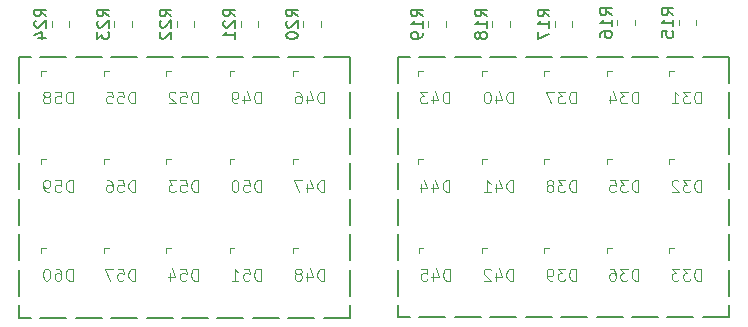
<source format=gbr>
%TF.GenerationSoftware,KiCad,Pcbnew,8.0.9-8.0.9-0~ubuntu25.04.1*%
%TF.CreationDate,2025-05-05T12:51:33-07:00*%
%TF.ProjectId,TSSI,54535349-2e6b-4696-9361-645f70636258,3*%
%TF.SameCoordinates,Original*%
%TF.FileFunction,Legend,Bot*%
%TF.FilePolarity,Positive*%
%FSLAX46Y46*%
G04 Gerber Fmt 4.6, Leading zero omitted, Abs format (unit mm)*
G04 Created by KiCad (PCBNEW 8.0.9-8.0.9-0~ubuntu25.04.1) date 2025-05-05 12:51:33*
%MOMM*%
%LPD*%
G01*
G04 APERTURE LIST*
%ADD10C,0.200000*%
%ADD11C,0.100000*%
%ADD12C,0.150000*%
%ADD13C,0.120000*%
G04 APERTURE END LIST*
D10*
X190100000Y-119950000D02*
X187900000Y-119950000D01*
X187100000Y-119950000D02*
X184900000Y-119950000D01*
X184100000Y-119950000D02*
X181900000Y-119950000D01*
X181100000Y-119950000D02*
X178900000Y-119950000D01*
X178100000Y-119950000D02*
X175900000Y-119950000D01*
X175100000Y-119950000D02*
X172900000Y-119950000D01*
X172100000Y-119950000D02*
X169900000Y-119950000D01*
X169100000Y-119950000D02*
X166900000Y-119950000D01*
X166100000Y-119950000D02*
X163900000Y-119950000D01*
X163100000Y-119950000D02*
X162100000Y-119950000D01*
X158000000Y-97900000D02*
X158000000Y-100100000D01*
X158000000Y-100900000D02*
X158000000Y-103100000D01*
X158000000Y-103900000D02*
X158000000Y-106100000D01*
X158000000Y-106900000D02*
X158000000Y-109100000D01*
X158000000Y-109900000D02*
X158000000Y-112100000D01*
X158000000Y-112900000D02*
X158000000Y-115100000D01*
X158000000Y-115900000D02*
X158000000Y-118100000D01*
X158000000Y-118900000D02*
X158000000Y-120000000D01*
X158000000Y-120000000D02*
X155800000Y-120000000D01*
X155000000Y-120000000D02*
X152800000Y-120000000D01*
X152000000Y-120000000D02*
X149800000Y-120000000D01*
X149000000Y-120000000D02*
X146800000Y-120000000D01*
X146000000Y-120000000D02*
X143800000Y-120000000D01*
X143000000Y-120000000D02*
X140800000Y-120000000D01*
X140000000Y-120000000D02*
X137800000Y-120000000D01*
X137000000Y-120000000D02*
X134800000Y-120000000D01*
X134000000Y-120000000D02*
X131800000Y-120000000D01*
X131000000Y-120000000D02*
X130000000Y-120000000D01*
X158000000Y-97900000D02*
X155800000Y-97900000D01*
X155000000Y-97900000D02*
X152800000Y-97900000D01*
X152000000Y-97900000D02*
X149800000Y-97900000D01*
X149000000Y-97900000D02*
X146800000Y-97900000D01*
X146000000Y-97900000D02*
X143800000Y-97900000D01*
X143000000Y-97900000D02*
X140800000Y-97900000D01*
X140000000Y-97900000D02*
X137800000Y-97900000D01*
X137000000Y-97900000D02*
X134800000Y-97900000D01*
X134000000Y-97900000D02*
X131800000Y-97900000D01*
X131000000Y-97900000D02*
X130000000Y-97900000D01*
X162100000Y-97900000D02*
X162100000Y-100100000D01*
X162100000Y-100900000D02*
X162100000Y-103100000D01*
X162100000Y-103900000D02*
X162100000Y-106100000D01*
X162100000Y-106900000D02*
X162100000Y-109100000D01*
X162100000Y-109900000D02*
X162100000Y-112100000D01*
X162100000Y-112900000D02*
X162100000Y-115100000D01*
X162100000Y-115900000D02*
X162100000Y-118100000D01*
X162100000Y-118900000D02*
X162100000Y-119950000D01*
X190100000Y-97900000D02*
X187900000Y-97900000D01*
X187100000Y-97900000D02*
X184900000Y-97900000D01*
X184100000Y-97900000D02*
X181900000Y-97900000D01*
X181100000Y-97900000D02*
X178900000Y-97900000D01*
X178100000Y-97900000D02*
X175900000Y-97900000D01*
X175100000Y-97900000D02*
X172900000Y-97900000D01*
X172100000Y-97900000D02*
X169900000Y-97900000D01*
X169100000Y-97900000D02*
X166900000Y-97900000D01*
X166100000Y-97900000D02*
X163900000Y-97900000D01*
X163100000Y-97900000D02*
X162100000Y-97900000D01*
X190100000Y-97900000D02*
X190100000Y-100100000D01*
X190100000Y-100900000D02*
X190100000Y-103100000D01*
X190100000Y-103900000D02*
X190100000Y-106100000D01*
X190100000Y-106900000D02*
X190100000Y-109100000D01*
X190100000Y-109900000D02*
X190100000Y-112100000D01*
X190100000Y-112900000D02*
X190100000Y-115100000D01*
X190100000Y-115900000D02*
X190100000Y-118100000D01*
X190100000Y-118900000D02*
X190100000Y-119950000D01*
X130000000Y-97900000D02*
X130000000Y-100100000D01*
X130000000Y-100900000D02*
X130000000Y-103100000D01*
X130000000Y-103900000D02*
X130000000Y-106100000D01*
X130000000Y-106900000D02*
X130000000Y-109100000D01*
X130000000Y-109900000D02*
X130000000Y-112100000D01*
X130000000Y-112900000D02*
X130000000Y-115100000D01*
X130000000Y-115900000D02*
X130000000Y-118100000D01*
X130000000Y-118900000D02*
X130000000Y-120000000D01*
D11*
X139839285Y-116832419D02*
X139839285Y-115832419D01*
X139839285Y-115832419D02*
X139601190Y-115832419D01*
X139601190Y-115832419D02*
X139458333Y-115880038D01*
X139458333Y-115880038D02*
X139363095Y-115975276D01*
X139363095Y-115975276D02*
X139315476Y-116070514D01*
X139315476Y-116070514D02*
X139267857Y-116260990D01*
X139267857Y-116260990D02*
X139267857Y-116403847D01*
X139267857Y-116403847D02*
X139315476Y-116594323D01*
X139315476Y-116594323D02*
X139363095Y-116689561D01*
X139363095Y-116689561D02*
X139458333Y-116784800D01*
X139458333Y-116784800D02*
X139601190Y-116832419D01*
X139601190Y-116832419D02*
X139839285Y-116832419D01*
X138363095Y-115832419D02*
X138839285Y-115832419D01*
X138839285Y-115832419D02*
X138886904Y-116308609D01*
X138886904Y-116308609D02*
X138839285Y-116260990D01*
X138839285Y-116260990D02*
X138744047Y-116213371D01*
X138744047Y-116213371D02*
X138505952Y-116213371D01*
X138505952Y-116213371D02*
X138410714Y-116260990D01*
X138410714Y-116260990D02*
X138363095Y-116308609D01*
X138363095Y-116308609D02*
X138315476Y-116403847D01*
X138315476Y-116403847D02*
X138315476Y-116641942D01*
X138315476Y-116641942D02*
X138363095Y-116737180D01*
X138363095Y-116737180D02*
X138410714Y-116784800D01*
X138410714Y-116784800D02*
X138505952Y-116832419D01*
X138505952Y-116832419D02*
X138744047Y-116832419D01*
X138744047Y-116832419D02*
X138839285Y-116784800D01*
X138839285Y-116784800D02*
X138886904Y-116737180D01*
X137982142Y-115832419D02*
X137315476Y-115832419D01*
X137315476Y-115832419D02*
X137744047Y-116832419D01*
X187739285Y-116832419D02*
X187739285Y-115832419D01*
X187739285Y-115832419D02*
X187501190Y-115832419D01*
X187501190Y-115832419D02*
X187358333Y-115880038D01*
X187358333Y-115880038D02*
X187263095Y-115975276D01*
X187263095Y-115975276D02*
X187215476Y-116070514D01*
X187215476Y-116070514D02*
X187167857Y-116260990D01*
X187167857Y-116260990D02*
X187167857Y-116403847D01*
X187167857Y-116403847D02*
X187215476Y-116594323D01*
X187215476Y-116594323D02*
X187263095Y-116689561D01*
X187263095Y-116689561D02*
X187358333Y-116784800D01*
X187358333Y-116784800D02*
X187501190Y-116832419D01*
X187501190Y-116832419D02*
X187739285Y-116832419D01*
X186834523Y-115832419D02*
X186215476Y-115832419D01*
X186215476Y-115832419D02*
X186548809Y-116213371D01*
X186548809Y-116213371D02*
X186405952Y-116213371D01*
X186405952Y-116213371D02*
X186310714Y-116260990D01*
X186310714Y-116260990D02*
X186263095Y-116308609D01*
X186263095Y-116308609D02*
X186215476Y-116403847D01*
X186215476Y-116403847D02*
X186215476Y-116641942D01*
X186215476Y-116641942D02*
X186263095Y-116737180D01*
X186263095Y-116737180D02*
X186310714Y-116784800D01*
X186310714Y-116784800D02*
X186405952Y-116832419D01*
X186405952Y-116832419D02*
X186691666Y-116832419D01*
X186691666Y-116832419D02*
X186786904Y-116784800D01*
X186786904Y-116784800D02*
X186834523Y-116737180D01*
X185882142Y-115832419D02*
X185263095Y-115832419D01*
X185263095Y-115832419D02*
X185596428Y-116213371D01*
X185596428Y-116213371D02*
X185453571Y-116213371D01*
X185453571Y-116213371D02*
X185358333Y-116260990D01*
X185358333Y-116260990D02*
X185310714Y-116308609D01*
X185310714Y-116308609D02*
X185263095Y-116403847D01*
X185263095Y-116403847D02*
X185263095Y-116641942D01*
X185263095Y-116641942D02*
X185310714Y-116737180D01*
X185310714Y-116737180D02*
X185358333Y-116784800D01*
X185358333Y-116784800D02*
X185453571Y-116832419D01*
X185453571Y-116832419D02*
X185739285Y-116832419D01*
X185739285Y-116832419D02*
X185834523Y-116784800D01*
X185834523Y-116784800D02*
X185882142Y-116737180D01*
X139839285Y-109332419D02*
X139839285Y-108332419D01*
X139839285Y-108332419D02*
X139601190Y-108332419D01*
X139601190Y-108332419D02*
X139458333Y-108380038D01*
X139458333Y-108380038D02*
X139363095Y-108475276D01*
X139363095Y-108475276D02*
X139315476Y-108570514D01*
X139315476Y-108570514D02*
X139267857Y-108760990D01*
X139267857Y-108760990D02*
X139267857Y-108903847D01*
X139267857Y-108903847D02*
X139315476Y-109094323D01*
X139315476Y-109094323D02*
X139363095Y-109189561D01*
X139363095Y-109189561D02*
X139458333Y-109284800D01*
X139458333Y-109284800D02*
X139601190Y-109332419D01*
X139601190Y-109332419D02*
X139839285Y-109332419D01*
X138363095Y-108332419D02*
X138839285Y-108332419D01*
X138839285Y-108332419D02*
X138886904Y-108808609D01*
X138886904Y-108808609D02*
X138839285Y-108760990D01*
X138839285Y-108760990D02*
X138744047Y-108713371D01*
X138744047Y-108713371D02*
X138505952Y-108713371D01*
X138505952Y-108713371D02*
X138410714Y-108760990D01*
X138410714Y-108760990D02*
X138363095Y-108808609D01*
X138363095Y-108808609D02*
X138315476Y-108903847D01*
X138315476Y-108903847D02*
X138315476Y-109141942D01*
X138315476Y-109141942D02*
X138363095Y-109237180D01*
X138363095Y-109237180D02*
X138410714Y-109284800D01*
X138410714Y-109284800D02*
X138505952Y-109332419D01*
X138505952Y-109332419D02*
X138744047Y-109332419D01*
X138744047Y-109332419D02*
X138839285Y-109284800D01*
X138839285Y-109284800D02*
X138886904Y-109237180D01*
X137458333Y-108332419D02*
X137648809Y-108332419D01*
X137648809Y-108332419D02*
X137744047Y-108380038D01*
X137744047Y-108380038D02*
X137791666Y-108427657D01*
X137791666Y-108427657D02*
X137886904Y-108570514D01*
X137886904Y-108570514D02*
X137934523Y-108760990D01*
X137934523Y-108760990D02*
X137934523Y-109141942D01*
X137934523Y-109141942D02*
X137886904Y-109237180D01*
X137886904Y-109237180D02*
X137839285Y-109284800D01*
X137839285Y-109284800D02*
X137744047Y-109332419D01*
X137744047Y-109332419D02*
X137553571Y-109332419D01*
X137553571Y-109332419D02*
X137458333Y-109284800D01*
X137458333Y-109284800D02*
X137410714Y-109237180D01*
X137410714Y-109237180D02*
X137363095Y-109141942D01*
X137363095Y-109141942D02*
X137363095Y-108903847D01*
X137363095Y-108903847D02*
X137410714Y-108808609D01*
X137410714Y-108808609D02*
X137458333Y-108760990D01*
X137458333Y-108760990D02*
X137553571Y-108713371D01*
X137553571Y-108713371D02*
X137744047Y-108713371D01*
X137744047Y-108713371D02*
X137839285Y-108760990D01*
X137839285Y-108760990D02*
X137886904Y-108808609D01*
X137886904Y-108808609D02*
X137934523Y-108903847D01*
X150489285Y-109332419D02*
X150489285Y-108332419D01*
X150489285Y-108332419D02*
X150251190Y-108332419D01*
X150251190Y-108332419D02*
X150108333Y-108380038D01*
X150108333Y-108380038D02*
X150013095Y-108475276D01*
X150013095Y-108475276D02*
X149965476Y-108570514D01*
X149965476Y-108570514D02*
X149917857Y-108760990D01*
X149917857Y-108760990D02*
X149917857Y-108903847D01*
X149917857Y-108903847D02*
X149965476Y-109094323D01*
X149965476Y-109094323D02*
X150013095Y-109189561D01*
X150013095Y-109189561D02*
X150108333Y-109284800D01*
X150108333Y-109284800D02*
X150251190Y-109332419D01*
X150251190Y-109332419D02*
X150489285Y-109332419D01*
X149013095Y-108332419D02*
X149489285Y-108332419D01*
X149489285Y-108332419D02*
X149536904Y-108808609D01*
X149536904Y-108808609D02*
X149489285Y-108760990D01*
X149489285Y-108760990D02*
X149394047Y-108713371D01*
X149394047Y-108713371D02*
X149155952Y-108713371D01*
X149155952Y-108713371D02*
X149060714Y-108760990D01*
X149060714Y-108760990D02*
X149013095Y-108808609D01*
X149013095Y-108808609D02*
X148965476Y-108903847D01*
X148965476Y-108903847D02*
X148965476Y-109141942D01*
X148965476Y-109141942D02*
X149013095Y-109237180D01*
X149013095Y-109237180D02*
X149060714Y-109284800D01*
X149060714Y-109284800D02*
X149155952Y-109332419D01*
X149155952Y-109332419D02*
X149394047Y-109332419D01*
X149394047Y-109332419D02*
X149489285Y-109284800D01*
X149489285Y-109284800D02*
X149536904Y-109237180D01*
X148346428Y-108332419D02*
X148251190Y-108332419D01*
X148251190Y-108332419D02*
X148155952Y-108380038D01*
X148155952Y-108380038D02*
X148108333Y-108427657D01*
X148108333Y-108427657D02*
X148060714Y-108522895D01*
X148060714Y-108522895D02*
X148013095Y-108713371D01*
X148013095Y-108713371D02*
X148013095Y-108951466D01*
X148013095Y-108951466D02*
X148060714Y-109141942D01*
X148060714Y-109141942D02*
X148108333Y-109237180D01*
X148108333Y-109237180D02*
X148155952Y-109284800D01*
X148155952Y-109284800D02*
X148251190Y-109332419D01*
X148251190Y-109332419D02*
X148346428Y-109332419D01*
X148346428Y-109332419D02*
X148441666Y-109284800D01*
X148441666Y-109284800D02*
X148489285Y-109237180D01*
X148489285Y-109237180D02*
X148536904Y-109141942D01*
X148536904Y-109141942D02*
X148584523Y-108951466D01*
X148584523Y-108951466D02*
X148584523Y-108713371D01*
X148584523Y-108713371D02*
X148536904Y-108522895D01*
X148536904Y-108522895D02*
X148489285Y-108427657D01*
X148489285Y-108427657D02*
X148441666Y-108380038D01*
X148441666Y-108380038D02*
X148346428Y-108332419D01*
X145139285Y-116832419D02*
X145139285Y-115832419D01*
X145139285Y-115832419D02*
X144901190Y-115832419D01*
X144901190Y-115832419D02*
X144758333Y-115880038D01*
X144758333Y-115880038D02*
X144663095Y-115975276D01*
X144663095Y-115975276D02*
X144615476Y-116070514D01*
X144615476Y-116070514D02*
X144567857Y-116260990D01*
X144567857Y-116260990D02*
X144567857Y-116403847D01*
X144567857Y-116403847D02*
X144615476Y-116594323D01*
X144615476Y-116594323D02*
X144663095Y-116689561D01*
X144663095Y-116689561D02*
X144758333Y-116784800D01*
X144758333Y-116784800D02*
X144901190Y-116832419D01*
X144901190Y-116832419D02*
X145139285Y-116832419D01*
X143663095Y-115832419D02*
X144139285Y-115832419D01*
X144139285Y-115832419D02*
X144186904Y-116308609D01*
X144186904Y-116308609D02*
X144139285Y-116260990D01*
X144139285Y-116260990D02*
X144044047Y-116213371D01*
X144044047Y-116213371D02*
X143805952Y-116213371D01*
X143805952Y-116213371D02*
X143710714Y-116260990D01*
X143710714Y-116260990D02*
X143663095Y-116308609D01*
X143663095Y-116308609D02*
X143615476Y-116403847D01*
X143615476Y-116403847D02*
X143615476Y-116641942D01*
X143615476Y-116641942D02*
X143663095Y-116737180D01*
X143663095Y-116737180D02*
X143710714Y-116784800D01*
X143710714Y-116784800D02*
X143805952Y-116832419D01*
X143805952Y-116832419D02*
X144044047Y-116832419D01*
X144044047Y-116832419D02*
X144139285Y-116784800D01*
X144139285Y-116784800D02*
X144186904Y-116737180D01*
X142758333Y-116165752D02*
X142758333Y-116832419D01*
X142996428Y-115784800D02*
X143234523Y-116499085D01*
X143234523Y-116499085D02*
X142615476Y-116499085D01*
X139839285Y-101832419D02*
X139839285Y-100832419D01*
X139839285Y-100832419D02*
X139601190Y-100832419D01*
X139601190Y-100832419D02*
X139458333Y-100880038D01*
X139458333Y-100880038D02*
X139363095Y-100975276D01*
X139363095Y-100975276D02*
X139315476Y-101070514D01*
X139315476Y-101070514D02*
X139267857Y-101260990D01*
X139267857Y-101260990D02*
X139267857Y-101403847D01*
X139267857Y-101403847D02*
X139315476Y-101594323D01*
X139315476Y-101594323D02*
X139363095Y-101689561D01*
X139363095Y-101689561D02*
X139458333Y-101784800D01*
X139458333Y-101784800D02*
X139601190Y-101832419D01*
X139601190Y-101832419D02*
X139839285Y-101832419D01*
X138363095Y-100832419D02*
X138839285Y-100832419D01*
X138839285Y-100832419D02*
X138886904Y-101308609D01*
X138886904Y-101308609D02*
X138839285Y-101260990D01*
X138839285Y-101260990D02*
X138744047Y-101213371D01*
X138744047Y-101213371D02*
X138505952Y-101213371D01*
X138505952Y-101213371D02*
X138410714Y-101260990D01*
X138410714Y-101260990D02*
X138363095Y-101308609D01*
X138363095Y-101308609D02*
X138315476Y-101403847D01*
X138315476Y-101403847D02*
X138315476Y-101641942D01*
X138315476Y-101641942D02*
X138363095Y-101737180D01*
X138363095Y-101737180D02*
X138410714Y-101784800D01*
X138410714Y-101784800D02*
X138505952Y-101832419D01*
X138505952Y-101832419D02*
X138744047Y-101832419D01*
X138744047Y-101832419D02*
X138839285Y-101784800D01*
X138839285Y-101784800D02*
X138886904Y-101737180D01*
X137410714Y-100832419D02*
X137886904Y-100832419D01*
X137886904Y-100832419D02*
X137934523Y-101308609D01*
X137934523Y-101308609D02*
X137886904Y-101260990D01*
X137886904Y-101260990D02*
X137791666Y-101213371D01*
X137791666Y-101213371D02*
X137553571Y-101213371D01*
X137553571Y-101213371D02*
X137458333Y-101260990D01*
X137458333Y-101260990D02*
X137410714Y-101308609D01*
X137410714Y-101308609D02*
X137363095Y-101403847D01*
X137363095Y-101403847D02*
X137363095Y-101641942D01*
X137363095Y-101641942D02*
X137410714Y-101737180D01*
X137410714Y-101737180D02*
X137458333Y-101784800D01*
X137458333Y-101784800D02*
X137553571Y-101832419D01*
X137553571Y-101832419D02*
X137791666Y-101832419D01*
X137791666Y-101832419D02*
X137886904Y-101784800D01*
X137886904Y-101784800D02*
X137934523Y-101737180D01*
X187739285Y-101832419D02*
X187739285Y-100832419D01*
X187739285Y-100832419D02*
X187501190Y-100832419D01*
X187501190Y-100832419D02*
X187358333Y-100880038D01*
X187358333Y-100880038D02*
X187263095Y-100975276D01*
X187263095Y-100975276D02*
X187215476Y-101070514D01*
X187215476Y-101070514D02*
X187167857Y-101260990D01*
X187167857Y-101260990D02*
X187167857Y-101403847D01*
X187167857Y-101403847D02*
X187215476Y-101594323D01*
X187215476Y-101594323D02*
X187263095Y-101689561D01*
X187263095Y-101689561D02*
X187358333Y-101784800D01*
X187358333Y-101784800D02*
X187501190Y-101832419D01*
X187501190Y-101832419D02*
X187739285Y-101832419D01*
X186834523Y-100832419D02*
X186215476Y-100832419D01*
X186215476Y-100832419D02*
X186548809Y-101213371D01*
X186548809Y-101213371D02*
X186405952Y-101213371D01*
X186405952Y-101213371D02*
X186310714Y-101260990D01*
X186310714Y-101260990D02*
X186263095Y-101308609D01*
X186263095Y-101308609D02*
X186215476Y-101403847D01*
X186215476Y-101403847D02*
X186215476Y-101641942D01*
X186215476Y-101641942D02*
X186263095Y-101737180D01*
X186263095Y-101737180D02*
X186310714Y-101784800D01*
X186310714Y-101784800D02*
X186405952Y-101832419D01*
X186405952Y-101832419D02*
X186691666Y-101832419D01*
X186691666Y-101832419D02*
X186786904Y-101784800D01*
X186786904Y-101784800D02*
X186834523Y-101737180D01*
X185263095Y-101832419D02*
X185834523Y-101832419D01*
X185548809Y-101832419D02*
X185548809Y-100832419D01*
X185548809Y-100832419D02*
X185644047Y-100975276D01*
X185644047Y-100975276D02*
X185739285Y-101070514D01*
X185739285Y-101070514D02*
X185834523Y-101118133D01*
X182439285Y-116832419D02*
X182439285Y-115832419D01*
X182439285Y-115832419D02*
X182201190Y-115832419D01*
X182201190Y-115832419D02*
X182058333Y-115880038D01*
X182058333Y-115880038D02*
X181963095Y-115975276D01*
X181963095Y-115975276D02*
X181915476Y-116070514D01*
X181915476Y-116070514D02*
X181867857Y-116260990D01*
X181867857Y-116260990D02*
X181867857Y-116403847D01*
X181867857Y-116403847D02*
X181915476Y-116594323D01*
X181915476Y-116594323D02*
X181963095Y-116689561D01*
X181963095Y-116689561D02*
X182058333Y-116784800D01*
X182058333Y-116784800D02*
X182201190Y-116832419D01*
X182201190Y-116832419D02*
X182439285Y-116832419D01*
X181534523Y-115832419D02*
X180915476Y-115832419D01*
X180915476Y-115832419D02*
X181248809Y-116213371D01*
X181248809Y-116213371D02*
X181105952Y-116213371D01*
X181105952Y-116213371D02*
X181010714Y-116260990D01*
X181010714Y-116260990D02*
X180963095Y-116308609D01*
X180963095Y-116308609D02*
X180915476Y-116403847D01*
X180915476Y-116403847D02*
X180915476Y-116641942D01*
X180915476Y-116641942D02*
X180963095Y-116737180D01*
X180963095Y-116737180D02*
X181010714Y-116784800D01*
X181010714Y-116784800D02*
X181105952Y-116832419D01*
X181105952Y-116832419D02*
X181391666Y-116832419D01*
X181391666Y-116832419D02*
X181486904Y-116784800D01*
X181486904Y-116784800D02*
X181534523Y-116737180D01*
X180058333Y-115832419D02*
X180248809Y-115832419D01*
X180248809Y-115832419D02*
X180344047Y-115880038D01*
X180344047Y-115880038D02*
X180391666Y-115927657D01*
X180391666Y-115927657D02*
X180486904Y-116070514D01*
X180486904Y-116070514D02*
X180534523Y-116260990D01*
X180534523Y-116260990D02*
X180534523Y-116641942D01*
X180534523Y-116641942D02*
X180486904Y-116737180D01*
X180486904Y-116737180D02*
X180439285Y-116784800D01*
X180439285Y-116784800D02*
X180344047Y-116832419D01*
X180344047Y-116832419D02*
X180153571Y-116832419D01*
X180153571Y-116832419D02*
X180058333Y-116784800D01*
X180058333Y-116784800D02*
X180010714Y-116737180D01*
X180010714Y-116737180D02*
X179963095Y-116641942D01*
X179963095Y-116641942D02*
X179963095Y-116403847D01*
X179963095Y-116403847D02*
X180010714Y-116308609D01*
X180010714Y-116308609D02*
X180058333Y-116260990D01*
X180058333Y-116260990D02*
X180153571Y-116213371D01*
X180153571Y-116213371D02*
X180344047Y-116213371D01*
X180344047Y-116213371D02*
X180439285Y-116260990D01*
X180439285Y-116260990D02*
X180486904Y-116308609D01*
X180486904Y-116308609D02*
X180534523Y-116403847D01*
X171839285Y-101832419D02*
X171839285Y-100832419D01*
X171839285Y-100832419D02*
X171601190Y-100832419D01*
X171601190Y-100832419D02*
X171458333Y-100880038D01*
X171458333Y-100880038D02*
X171363095Y-100975276D01*
X171363095Y-100975276D02*
X171315476Y-101070514D01*
X171315476Y-101070514D02*
X171267857Y-101260990D01*
X171267857Y-101260990D02*
X171267857Y-101403847D01*
X171267857Y-101403847D02*
X171315476Y-101594323D01*
X171315476Y-101594323D02*
X171363095Y-101689561D01*
X171363095Y-101689561D02*
X171458333Y-101784800D01*
X171458333Y-101784800D02*
X171601190Y-101832419D01*
X171601190Y-101832419D02*
X171839285Y-101832419D01*
X170410714Y-101165752D02*
X170410714Y-101832419D01*
X170648809Y-100784800D02*
X170886904Y-101499085D01*
X170886904Y-101499085D02*
X170267857Y-101499085D01*
X169696428Y-100832419D02*
X169601190Y-100832419D01*
X169601190Y-100832419D02*
X169505952Y-100880038D01*
X169505952Y-100880038D02*
X169458333Y-100927657D01*
X169458333Y-100927657D02*
X169410714Y-101022895D01*
X169410714Y-101022895D02*
X169363095Y-101213371D01*
X169363095Y-101213371D02*
X169363095Y-101451466D01*
X169363095Y-101451466D02*
X169410714Y-101641942D01*
X169410714Y-101641942D02*
X169458333Y-101737180D01*
X169458333Y-101737180D02*
X169505952Y-101784800D01*
X169505952Y-101784800D02*
X169601190Y-101832419D01*
X169601190Y-101832419D02*
X169696428Y-101832419D01*
X169696428Y-101832419D02*
X169791666Y-101784800D01*
X169791666Y-101784800D02*
X169839285Y-101737180D01*
X169839285Y-101737180D02*
X169886904Y-101641942D01*
X169886904Y-101641942D02*
X169934523Y-101451466D01*
X169934523Y-101451466D02*
X169934523Y-101213371D01*
X169934523Y-101213371D02*
X169886904Y-101022895D01*
X169886904Y-101022895D02*
X169839285Y-100927657D01*
X169839285Y-100927657D02*
X169791666Y-100880038D01*
X169791666Y-100880038D02*
X169696428Y-100832419D01*
X150489285Y-116832419D02*
X150489285Y-115832419D01*
X150489285Y-115832419D02*
X150251190Y-115832419D01*
X150251190Y-115832419D02*
X150108333Y-115880038D01*
X150108333Y-115880038D02*
X150013095Y-115975276D01*
X150013095Y-115975276D02*
X149965476Y-116070514D01*
X149965476Y-116070514D02*
X149917857Y-116260990D01*
X149917857Y-116260990D02*
X149917857Y-116403847D01*
X149917857Y-116403847D02*
X149965476Y-116594323D01*
X149965476Y-116594323D02*
X150013095Y-116689561D01*
X150013095Y-116689561D02*
X150108333Y-116784800D01*
X150108333Y-116784800D02*
X150251190Y-116832419D01*
X150251190Y-116832419D02*
X150489285Y-116832419D01*
X149013095Y-115832419D02*
X149489285Y-115832419D01*
X149489285Y-115832419D02*
X149536904Y-116308609D01*
X149536904Y-116308609D02*
X149489285Y-116260990D01*
X149489285Y-116260990D02*
X149394047Y-116213371D01*
X149394047Y-116213371D02*
X149155952Y-116213371D01*
X149155952Y-116213371D02*
X149060714Y-116260990D01*
X149060714Y-116260990D02*
X149013095Y-116308609D01*
X149013095Y-116308609D02*
X148965476Y-116403847D01*
X148965476Y-116403847D02*
X148965476Y-116641942D01*
X148965476Y-116641942D02*
X149013095Y-116737180D01*
X149013095Y-116737180D02*
X149060714Y-116784800D01*
X149060714Y-116784800D02*
X149155952Y-116832419D01*
X149155952Y-116832419D02*
X149394047Y-116832419D01*
X149394047Y-116832419D02*
X149489285Y-116784800D01*
X149489285Y-116784800D02*
X149536904Y-116737180D01*
X148013095Y-116832419D02*
X148584523Y-116832419D01*
X148298809Y-116832419D02*
X148298809Y-115832419D01*
X148298809Y-115832419D02*
X148394047Y-115975276D01*
X148394047Y-115975276D02*
X148489285Y-116070514D01*
X148489285Y-116070514D02*
X148584523Y-116118133D01*
D12*
X185404819Y-94357142D02*
X184928628Y-94023809D01*
X185404819Y-93785714D02*
X184404819Y-93785714D01*
X184404819Y-93785714D02*
X184404819Y-94166666D01*
X184404819Y-94166666D02*
X184452438Y-94261904D01*
X184452438Y-94261904D02*
X184500057Y-94309523D01*
X184500057Y-94309523D02*
X184595295Y-94357142D01*
X184595295Y-94357142D02*
X184738152Y-94357142D01*
X184738152Y-94357142D02*
X184833390Y-94309523D01*
X184833390Y-94309523D02*
X184881009Y-94261904D01*
X184881009Y-94261904D02*
X184928628Y-94166666D01*
X184928628Y-94166666D02*
X184928628Y-93785714D01*
X185404819Y-95309523D02*
X185404819Y-94738095D01*
X185404819Y-95023809D02*
X184404819Y-95023809D01*
X184404819Y-95023809D02*
X184547676Y-94928571D01*
X184547676Y-94928571D02*
X184642914Y-94833333D01*
X184642914Y-94833333D02*
X184690533Y-94738095D01*
X184404819Y-96214285D02*
X184404819Y-95738095D01*
X184404819Y-95738095D02*
X184881009Y-95690476D01*
X184881009Y-95690476D02*
X184833390Y-95738095D01*
X184833390Y-95738095D02*
X184785771Y-95833333D01*
X184785771Y-95833333D02*
X184785771Y-96071428D01*
X184785771Y-96071428D02*
X184833390Y-96166666D01*
X184833390Y-96166666D02*
X184881009Y-96214285D01*
X184881009Y-96214285D02*
X184976247Y-96261904D01*
X184976247Y-96261904D02*
X185214342Y-96261904D01*
X185214342Y-96261904D02*
X185309580Y-96214285D01*
X185309580Y-96214285D02*
X185357200Y-96166666D01*
X185357200Y-96166666D02*
X185404819Y-96071428D01*
X185404819Y-96071428D02*
X185404819Y-95833333D01*
X185404819Y-95833333D02*
X185357200Y-95738095D01*
X185357200Y-95738095D02*
X185309580Y-95690476D01*
X137604819Y-94457142D02*
X137128628Y-94123809D01*
X137604819Y-93885714D02*
X136604819Y-93885714D01*
X136604819Y-93885714D02*
X136604819Y-94266666D01*
X136604819Y-94266666D02*
X136652438Y-94361904D01*
X136652438Y-94361904D02*
X136700057Y-94409523D01*
X136700057Y-94409523D02*
X136795295Y-94457142D01*
X136795295Y-94457142D02*
X136938152Y-94457142D01*
X136938152Y-94457142D02*
X137033390Y-94409523D01*
X137033390Y-94409523D02*
X137081009Y-94361904D01*
X137081009Y-94361904D02*
X137128628Y-94266666D01*
X137128628Y-94266666D02*
X137128628Y-93885714D01*
X136700057Y-94838095D02*
X136652438Y-94885714D01*
X136652438Y-94885714D02*
X136604819Y-94980952D01*
X136604819Y-94980952D02*
X136604819Y-95219047D01*
X136604819Y-95219047D02*
X136652438Y-95314285D01*
X136652438Y-95314285D02*
X136700057Y-95361904D01*
X136700057Y-95361904D02*
X136795295Y-95409523D01*
X136795295Y-95409523D02*
X136890533Y-95409523D01*
X136890533Y-95409523D02*
X137033390Y-95361904D01*
X137033390Y-95361904D02*
X137604819Y-94790476D01*
X137604819Y-94790476D02*
X137604819Y-95409523D01*
X136604819Y-95742857D02*
X136604819Y-96361904D01*
X136604819Y-96361904D02*
X136985771Y-96028571D01*
X136985771Y-96028571D02*
X136985771Y-96171428D01*
X136985771Y-96171428D02*
X137033390Y-96266666D01*
X137033390Y-96266666D02*
X137081009Y-96314285D01*
X137081009Y-96314285D02*
X137176247Y-96361904D01*
X137176247Y-96361904D02*
X137414342Y-96361904D01*
X137414342Y-96361904D02*
X137509580Y-96314285D01*
X137509580Y-96314285D02*
X137557200Y-96266666D01*
X137557200Y-96266666D02*
X137604819Y-96171428D01*
X137604819Y-96171428D02*
X137604819Y-95885714D01*
X137604819Y-95885714D02*
X137557200Y-95790476D01*
X137557200Y-95790476D02*
X137509580Y-95742857D01*
D11*
X177139285Y-109332419D02*
X177139285Y-108332419D01*
X177139285Y-108332419D02*
X176901190Y-108332419D01*
X176901190Y-108332419D02*
X176758333Y-108380038D01*
X176758333Y-108380038D02*
X176663095Y-108475276D01*
X176663095Y-108475276D02*
X176615476Y-108570514D01*
X176615476Y-108570514D02*
X176567857Y-108760990D01*
X176567857Y-108760990D02*
X176567857Y-108903847D01*
X176567857Y-108903847D02*
X176615476Y-109094323D01*
X176615476Y-109094323D02*
X176663095Y-109189561D01*
X176663095Y-109189561D02*
X176758333Y-109284800D01*
X176758333Y-109284800D02*
X176901190Y-109332419D01*
X176901190Y-109332419D02*
X177139285Y-109332419D01*
X176234523Y-108332419D02*
X175615476Y-108332419D01*
X175615476Y-108332419D02*
X175948809Y-108713371D01*
X175948809Y-108713371D02*
X175805952Y-108713371D01*
X175805952Y-108713371D02*
X175710714Y-108760990D01*
X175710714Y-108760990D02*
X175663095Y-108808609D01*
X175663095Y-108808609D02*
X175615476Y-108903847D01*
X175615476Y-108903847D02*
X175615476Y-109141942D01*
X175615476Y-109141942D02*
X175663095Y-109237180D01*
X175663095Y-109237180D02*
X175710714Y-109284800D01*
X175710714Y-109284800D02*
X175805952Y-109332419D01*
X175805952Y-109332419D02*
X176091666Y-109332419D01*
X176091666Y-109332419D02*
X176186904Y-109284800D01*
X176186904Y-109284800D02*
X176234523Y-109237180D01*
X175044047Y-108760990D02*
X175139285Y-108713371D01*
X175139285Y-108713371D02*
X175186904Y-108665752D01*
X175186904Y-108665752D02*
X175234523Y-108570514D01*
X175234523Y-108570514D02*
X175234523Y-108522895D01*
X175234523Y-108522895D02*
X175186904Y-108427657D01*
X175186904Y-108427657D02*
X175139285Y-108380038D01*
X175139285Y-108380038D02*
X175044047Y-108332419D01*
X175044047Y-108332419D02*
X174853571Y-108332419D01*
X174853571Y-108332419D02*
X174758333Y-108380038D01*
X174758333Y-108380038D02*
X174710714Y-108427657D01*
X174710714Y-108427657D02*
X174663095Y-108522895D01*
X174663095Y-108522895D02*
X174663095Y-108570514D01*
X174663095Y-108570514D02*
X174710714Y-108665752D01*
X174710714Y-108665752D02*
X174758333Y-108713371D01*
X174758333Y-108713371D02*
X174853571Y-108760990D01*
X174853571Y-108760990D02*
X175044047Y-108760990D01*
X175044047Y-108760990D02*
X175139285Y-108808609D01*
X175139285Y-108808609D02*
X175186904Y-108856228D01*
X175186904Y-108856228D02*
X175234523Y-108951466D01*
X175234523Y-108951466D02*
X175234523Y-109141942D01*
X175234523Y-109141942D02*
X175186904Y-109237180D01*
X175186904Y-109237180D02*
X175139285Y-109284800D01*
X175139285Y-109284800D02*
X175044047Y-109332419D01*
X175044047Y-109332419D02*
X174853571Y-109332419D01*
X174853571Y-109332419D02*
X174758333Y-109284800D01*
X174758333Y-109284800D02*
X174710714Y-109237180D01*
X174710714Y-109237180D02*
X174663095Y-109141942D01*
X174663095Y-109141942D02*
X174663095Y-108951466D01*
X174663095Y-108951466D02*
X174710714Y-108856228D01*
X174710714Y-108856228D02*
X174758333Y-108808609D01*
X174758333Y-108808609D02*
X174853571Y-108760990D01*
X134539285Y-101832419D02*
X134539285Y-100832419D01*
X134539285Y-100832419D02*
X134301190Y-100832419D01*
X134301190Y-100832419D02*
X134158333Y-100880038D01*
X134158333Y-100880038D02*
X134063095Y-100975276D01*
X134063095Y-100975276D02*
X134015476Y-101070514D01*
X134015476Y-101070514D02*
X133967857Y-101260990D01*
X133967857Y-101260990D02*
X133967857Y-101403847D01*
X133967857Y-101403847D02*
X134015476Y-101594323D01*
X134015476Y-101594323D02*
X134063095Y-101689561D01*
X134063095Y-101689561D02*
X134158333Y-101784800D01*
X134158333Y-101784800D02*
X134301190Y-101832419D01*
X134301190Y-101832419D02*
X134539285Y-101832419D01*
X133063095Y-100832419D02*
X133539285Y-100832419D01*
X133539285Y-100832419D02*
X133586904Y-101308609D01*
X133586904Y-101308609D02*
X133539285Y-101260990D01*
X133539285Y-101260990D02*
X133444047Y-101213371D01*
X133444047Y-101213371D02*
X133205952Y-101213371D01*
X133205952Y-101213371D02*
X133110714Y-101260990D01*
X133110714Y-101260990D02*
X133063095Y-101308609D01*
X133063095Y-101308609D02*
X133015476Y-101403847D01*
X133015476Y-101403847D02*
X133015476Y-101641942D01*
X133015476Y-101641942D02*
X133063095Y-101737180D01*
X133063095Y-101737180D02*
X133110714Y-101784800D01*
X133110714Y-101784800D02*
X133205952Y-101832419D01*
X133205952Y-101832419D02*
X133444047Y-101832419D01*
X133444047Y-101832419D02*
X133539285Y-101784800D01*
X133539285Y-101784800D02*
X133586904Y-101737180D01*
X132444047Y-101260990D02*
X132539285Y-101213371D01*
X132539285Y-101213371D02*
X132586904Y-101165752D01*
X132586904Y-101165752D02*
X132634523Y-101070514D01*
X132634523Y-101070514D02*
X132634523Y-101022895D01*
X132634523Y-101022895D02*
X132586904Y-100927657D01*
X132586904Y-100927657D02*
X132539285Y-100880038D01*
X132539285Y-100880038D02*
X132444047Y-100832419D01*
X132444047Y-100832419D02*
X132253571Y-100832419D01*
X132253571Y-100832419D02*
X132158333Y-100880038D01*
X132158333Y-100880038D02*
X132110714Y-100927657D01*
X132110714Y-100927657D02*
X132063095Y-101022895D01*
X132063095Y-101022895D02*
X132063095Y-101070514D01*
X132063095Y-101070514D02*
X132110714Y-101165752D01*
X132110714Y-101165752D02*
X132158333Y-101213371D01*
X132158333Y-101213371D02*
X132253571Y-101260990D01*
X132253571Y-101260990D02*
X132444047Y-101260990D01*
X132444047Y-101260990D02*
X132539285Y-101308609D01*
X132539285Y-101308609D02*
X132586904Y-101356228D01*
X132586904Y-101356228D02*
X132634523Y-101451466D01*
X132634523Y-101451466D02*
X132634523Y-101641942D01*
X132634523Y-101641942D02*
X132586904Y-101737180D01*
X132586904Y-101737180D02*
X132539285Y-101784800D01*
X132539285Y-101784800D02*
X132444047Y-101832419D01*
X132444047Y-101832419D02*
X132253571Y-101832419D01*
X132253571Y-101832419D02*
X132158333Y-101784800D01*
X132158333Y-101784800D02*
X132110714Y-101737180D01*
X132110714Y-101737180D02*
X132063095Y-101641942D01*
X132063095Y-101641942D02*
X132063095Y-101451466D01*
X132063095Y-101451466D02*
X132110714Y-101356228D01*
X132110714Y-101356228D02*
X132158333Y-101308609D01*
X132158333Y-101308609D02*
X132253571Y-101260990D01*
X171839285Y-116832419D02*
X171839285Y-115832419D01*
X171839285Y-115832419D02*
X171601190Y-115832419D01*
X171601190Y-115832419D02*
X171458333Y-115880038D01*
X171458333Y-115880038D02*
X171363095Y-115975276D01*
X171363095Y-115975276D02*
X171315476Y-116070514D01*
X171315476Y-116070514D02*
X171267857Y-116260990D01*
X171267857Y-116260990D02*
X171267857Y-116403847D01*
X171267857Y-116403847D02*
X171315476Y-116594323D01*
X171315476Y-116594323D02*
X171363095Y-116689561D01*
X171363095Y-116689561D02*
X171458333Y-116784800D01*
X171458333Y-116784800D02*
X171601190Y-116832419D01*
X171601190Y-116832419D02*
X171839285Y-116832419D01*
X170410714Y-116165752D02*
X170410714Y-116832419D01*
X170648809Y-115784800D02*
X170886904Y-116499085D01*
X170886904Y-116499085D02*
X170267857Y-116499085D01*
X169934523Y-115927657D02*
X169886904Y-115880038D01*
X169886904Y-115880038D02*
X169791666Y-115832419D01*
X169791666Y-115832419D02*
X169553571Y-115832419D01*
X169553571Y-115832419D02*
X169458333Y-115880038D01*
X169458333Y-115880038D02*
X169410714Y-115927657D01*
X169410714Y-115927657D02*
X169363095Y-116022895D01*
X169363095Y-116022895D02*
X169363095Y-116118133D01*
X169363095Y-116118133D02*
X169410714Y-116260990D01*
X169410714Y-116260990D02*
X169982142Y-116832419D01*
X169982142Y-116832419D02*
X169363095Y-116832419D01*
X187739285Y-109332419D02*
X187739285Y-108332419D01*
X187739285Y-108332419D02*
X187501190Y-108332419D01*
X187501190Y-108332419D02*
X187358333Y-108380038D01*
X187358333Y-108380038D02*
X187263095Y-108475276D01*
X187263095Y-108475276D02*
X187215476Y-108570514D01*
X187215476Y-108570514D02*
X187167857Y-108760990D01*
X187167857Y-108760990D02*
X187167857Y-108903847D01*
X187167857Y-108903847D02*
X187215476Y-109094323D01*
X187215476Y-109094323D02*
X187263095Y-109189561D01*
X187263095Y-109189561D02*
X187358333Y-109284800D01*
X187358333Y-109284800D02*
X187501190Y-109332419D01*
X187501190Y-109332419D02*
X187739285Y-109332419D01*
X186834523Y-108332419D02*
X186215476Y-108332419D01*
X186215476Y-108332419D02*
X186548809Y-108713371D01*
X186548809Y-108713371D02*
X186405952Y-108713371D01*
X186405952Y-108713371D02*
X186310714Y-108760990D01*
X186310714Y-108760990D02*
X186263095Y-108808609D01*
X186263095Y-108808609D02*
X186215476Y-108903847D01*
X186215476Y-108903847D02*
X186215476Y-109141942D01*
X186215476Y-109141942D02*
X186263095Y-109237180D01*
X186263095Y-109237180D02*
X186310714Y-109284800D01*
X186310714Y-109284800D02*
X186405952Y-109332419D01*
X186405952Y-109332419D02*
X186691666Y-109332419D01*
X186691666Y-109332419D02*
X186786904Y-109284800D01*
X186786904Y-109284800D02*
X186834523Y-109237180D01*
X185834523Y-108427657D02*
X185786904Y-108380038D01*
X185786904Y-108380038D02*
X185691666Y-108332419D01*
X185691666Y-108332419D02*
X185453571Y-108332419D01*
X185453571Y-108332419D02*
X185358333Y-108380038D01*
X185358333Y-108380038D02*
X185310714Y-108427657D01*
X185310714Y-108427657D02*
X185263095Y-108522895D01*
X185263095Y-108522895D02*
X185263095Y-108618133D01*
X185263095Y-108618133D02*
X185310714Y-108760990D01*
X185310714Y-108760990D02*
X185882142Y-109332419D01*
X185882142Y-109332419D02*
X185263095Y-109332419D01*
D12*
X148304819Y-94457142D02*
X147828628Y-94123809D01*
X148304819Y-93885714D02*
X147304819Y-93885714D01*
X147304819Y-93885714D02*
X147304819Y-94266666D01*
X147304819Y-94266666D02*
X147352438Y-94361904D01*
X147352438Y-94361904D02*
X147400057Y-94409523D01*
X147400057Y-94409523D02*
X147495295Y-94457142D01*
X147495295Y-94457142D02*
X147638152Y-94457142D01*
X147638152Y-94457142D02*
X147733390Y-94409523D01*
X147733390Y-94409523D02*
X147781009Y-94361904D01*
X147781009Y-94361904D02*
X147828628Y-94266666D01*
X147828628Y-94266666D02*
X147828628Y-93885714D01*
X147400057Y-94838095D02*
X147352438Y-94885714D01*
X147352438Y-94885714D02*
X147304819Y-94980952D01*
X147304819Y-94980952D02*
X147304819Y-95219047D01*
X147304819Y-95219047D02*
X147352438Y-95314285D01*
X147352438Y-95314285D02*
X147400057Y-95361904D01*
X147400057Y-95361904D02*
X147495295Y-95409523D01*
X147495295Y-95409523D02*
X147590533Y-95409523D01*
X147590533Y-95409523D02*
X147733390Y-95361904D01*
X147733390Y-95361904D02*
X148304819Y-94790476D01*
X148304819Y-94790476D02*
X148304819Y-95409523D01*
X148304819Y-96361904D02*
X148304819Y-95790476D01*
X148304819Y-96076190D02*
X147304819Y-96076190D01*
X147304819Y-96076190D02*
X147447676Y-95980952D01*
X147447676Y-95980952D02*
X147542914Y-95885714D01*
X147542914Y-95885714D02*
X147590533Y-95790476D01*
D11*
X145139285Y-109332419D02*
X145139285Y-108332419D01*
X145139285Y-108332419D02*
X144901190Y-108332419D01*
X144901190Y-108332419D02*
X144758333Y-108380038D01*
X144758333Y-108380038D02*
X144663095Y-108475276D01*
X144663095Y-108475276D02*
X144615476Y-108570514D01*
X144615476Y-108570514D02*
X144567857Y-108760990D01*
X144567857Y-108760990D02*
X144567857Y-108903847D01*
X144567857Y-108903847D02*
X144615476Y-109094323D01*
X144615476Y-109094323D02*
X144663095Y-109189561D01*
X144663095Y-109189561D02*
X144758333Y-109284800D01*
X144758333Y-109284800D02*
X144901190Y-109332419D01*
X144901190Y-109332419D02*
X145139285Y-109332419D01*
X143663095Y-108332419D02*
X144139285Y-108332419D01*
X144139285Y-108332419D02*
X144186904Y-108808609D01*
X144186904Y-108808609D02*
X144139285Y-108760990D01*
X144139285Y-108760990D02*
X144044047Y-108713371D01*
X144044047Y-108713371D02*
X143805952Y-108713371D01*
X143805952Y-108713371D02*
X143710714Y-108760990D01*
X143710714Y-108760990D02*
X143663095Y-108808609D01*
X143663095Y-108808609D02*
X143615476Y-108903847D01*
X143615476Y-108903847D02*
X143615476Y-109141942D01*
X143615476Y-109141942D02*
X143663095Y-109237180D01*
X143663095Y-109237180D02*
X143710714Y-109284800D01*
X143710714Y-109284800D02*
X143805952Y-109332419D01*
X143805952Y-109332419D02*
X144044047Y-109332419D01*
X144044047Y-109332419D02*
X144139285Y-109284800D01*
X144139285Y-109284800D02*
X144186904Y-109237180D01*
X143282142Y-108332419D02*
X142663095Y-108332419D01*
X142663095Y-108332419D02*
X142996428Y-108713371D01*
X142996428Y-108713371D02*
X142853571Y-108713371D01*
X142853571Y-108713371D02*
X142758333Y-108760990D01*
X142758333Y-108760990D02*
X142710714Y-108808609D01*
X142710714Y-108808609D02*
X142663095Y-108903847D01*
X142663095Y-108903847D02*
X142663095Y-109141942D01*
X142663095Y-109141942D02*
X142710714Y-109237180D01*
X142710714Y-109237180D02*
X142758333Y-109284800D01*
X142758333Y-109284800D02*
X142853571Y-109332419D01*
X142853571Y-109332419D02*
X143139285Y-109332419D01*
X143139285Y-109332419D02*
X143234523Y-109284800D01*
X143234523Y-109284800D02*
X143282142Y-109237180D01*
X150489285Y-101832419D02*
X150489285Y-100832419D01*
X150489285Y-100832419D02*
X150251190Y-100832419D01*
X150251190Y-100832419D02*
X150108333Y-100880038D01*
X150108333Y-100880038D02*
X150013095Y-100975276D01*
X150013095Y-100975276D02*
X149965476Y-101070514D01*
X149965476Y-101070514D02*
X149917857Y-101260990D01*
X149917857Y-101260990D02*
X149917857Y-101403847D01*
X149917857Y-101403847D02*
X149965476Y-101594323D01*
X149965476Y-101594323D02*
X150013095Y-101689561D01*
X150013095Y-101689561D02*
X150108333Y-101784800D01*
X150108333Y-101784800D02*
X150251190Y-101832419D01*
X150251190Y-101832419D02*
X150489285Y-101832419D01*
X149060714Y-101165752D02*
X149060714Y-101832419D01*
X149298809Y-100784800D02*
X149536904Y-101499085D01*
X149536904Y-101499085D02*
X148917857Y-101499085D01*
X148489285Y-101832419D02*
X148298809Y-101832419D01*
X148298809Y-101832419D02*
X148203571Y-101784800D01*
X148203571Y-101784800D02*
X148155952Y-101737180D01*
X148155952Y-101737180D02*
X148060714Y-101594323D01*
X148060714Y-101594323D02*
X148013095Y-101403847D01*
X148013095Y-101403847D02*
X148013095Y-101022895D01*
X148013095Y-101022895D02*
X148060714Y-100927657D01*
X148060714Y-100927657D02*
X148108333Y-100880038D01*
X148108333Y-100880038D02*
X148203571Y-100832419D01*
X148203571Y-100832419D02*
X148394047Y-100832419D01*
X148394047Y-100832419D02*
X148489285Y-100880038D01*
X148489285Y-100880038D02*
X148536904Y-100927657D01*
X148536904Y-100927657D02*
X148584523Y-101022895D01*
X148584523Y-101022895D02*
X148584523Y-101260990D01*
X148584523Y-101260990D02*
X148536904Y-101356228D01*
X148536904Y-101356228D02*
X148489285Y-101403847D01*
X148489285Y-101403847D02*
X148394047Y-101451466D01*
X148394047Y-101451466D02*
X148203571Y-101451466D01*
X148203571Y-101451466D02*
X148108333Y-101403847D01*
X148108333Y-101403847D02*
X148060714Y-101356228D01*
X148060714Y-101356228D02*
X148013095Y-101260990D01*
X155839285Y-101832419D02*
X155839285Y-100832419D01*
X155839285Y-100832419D02*
X155601190Y-100832419D01*
X155601190Y-100832419D02*
X155458333Y-100880038D01*
X155458333Y-100880038D02*
X155363095Y-100975276D01*
X155363095Y-100975276D02*
X155315476Y-101070514D01*
X155315476Y-101070514D02*
X155267857Y-101260990D01*
X155267857Y-101260990D02*
X155267857Y-101403847D01*
X155267857Y-101403847D02*
X155315476Y-101594323D01*
X155315476Y-101594323D02*
X155363095Y-101689561D01*
X155363095Y-101689561D02*
X155458333Y-101784800D01*
X155458333Y-101784800D02*
X155601190Y-101832419D01*
X155601190Y-101832419D02*
X155839285Y-101832419D01*
X154410714Y-101165752D02*
X154410714Y-101832419D01*
X154648809Y-100784800D02*
X154886904Y-101499085D01*
X154886904Y-101499085D02*
X154267857Y-101499085D01*
X153458333Y-100832419D02*
X153648809Y-100832419D01*
X153648809Y-100832419D02*
X153744047Y-100880038D01*
X153744047Y-100880038D02*
X153791666Y-100927657D01*
X153791666Y-100927657D02*
X153886904Y-101070514D01*
X153886904Y-101070514D02*
X153934523Y-101260990D01*
X153934523Y-101260990D02*
X153934523Y-101641942D01*
X153934523Y-101641942D02*
X153886904Y-101737180D01*
X153886904Y-101737180D02*
X153839285Y-101784800D01*
X153839285Y-101784800D02*
X153744047Y-101832419D01*
X153744047Y-101832419D02*
X153553571Y-101832419D01*
X153553571Y-101832419D02*
X153458333Y-101784800D01*
X153458333Y-101784800D02*
X153410714Y-101737180D01*
X153410714Y-101737180D02*
X153363095Y-101641942D01*
X153363095Y-101641942D02*
X153363095Y-101403847D01*
X153363095Y-101403847D02*
X153410714Y-101308609D01*
X153410714Y-101308609D02*
X153458333Y-101260990D01*
X153458333Y-101260990D02*
X153553571Y-101213371D01*
X153553571Y-101213371D02*
X153744047Y-101213371D01*
X153744047Y-101213371D02*
X153839285Y-101260990D01*
X153839285Y-101260990D02*
X153886904Y-101308609D01*
X153886904Y-101308609D02*
X153934523Y-101403847D01*
D12*
X142904819Y-94457142D02*
X142428628Y-94123809D01*
X142904819Y-93885714D02*
X141904819Y-93885714D01*
X141904819Y-93885714D02*
X141904819Y-94266666D01*
X141904819Y-94266666D02*
X141952438Y-94361904D01*
X141952438Y-94361904D02*
X142000057Y-94409523D01*
X142000057Y-94409523D02*
X142095295Y-94457142D01*
X142095295Y-94457142D02*
X142238152Y-94457142D01*
X142238152Y-94457142D02*
X142333390Y-94409523D01*
X142333390Y-94409523D02*
X142381009Y-94361904D01*
X142381009Y-94361904D02*
X142428628Y-94266666D01*
X142428628Y-94266666D02*
X142428628Y-93885714D01*
X142000057Y-94838095D02*
X141952438Y-94885714D01*
X141952438Y-94885714D02*
X141904819Y-94980952D01*
X141904819Y-94980952D02*
X141904819Y-95219047D01*
X141904819Y-95219047D02*
X141952438Y-95314285D01*
X141952438Y-95314285D02*
X142000057Y-95361904D01*
X142000057Y-95361904D02*
X142095295Y-95409523D01*
X142095295Y-95409523D02*
X142190533Y-95409523D01*
X142190533Y-95409523D02*
X142333390Y-95361904D01*
X142333390Y-95361904D02*
X142904819Y-94790476D01*
X142904819Y-94790476D02*
X142904819Y-95409523D01*
X142000057Y-95790476D02*
X141952438Y-95838095D01*
X141952438Y-95838095D02*
X141904819Y-95933333D01*
X141904819Y-95933333D02*
X141904819Y-96171428D01*
X141904819Y-96171428D02*
X141952438Y-96266666D01*
X141952438Y-96266666D02*
X142000057Y-96314285D01*
X142000057Y-96314285D02*
X142095295Y-96361904D01*
X142095295Y-96361904D02*
X142190533Y-96361904D01*
X142190533Y-96361904D02*
X142333390Y-96314285D01*
X142333390Y-96314285D02*
X142904819Y-95742857D01*
X142904819Y-95742857D02*
X142904819Y-96361904D01*
D11*
X182439285Y-109332419D02*
X182439285Y-108332419D01*
X182439285Y-108332419D02*
X182201190Y-108332419D01*
X182201190Y-108332419D02*
X182058333Y-108380038D01*
X182058333Y-108380038D02*
X181963095Y-108475276D01*
X181963095Y-108475276D02*
X181915476Y-108570514D01*
X181915476Y-108570514D02*
X181867857Y-108760990D01*
X181867857Y-108760990D02*
X181867857Y-108903847D01*
X181867857Y-108903847D02*
X181915476Y-109094323D01*
X181915476Y-109094323D02*
X181963095Y-109189561D01*
X181963095Y-109189561D02*
X182058333Y-109284800D01*
X182058333Y-109284800D02*
X182201190Y-109332419D01*
X182201190Y-109332419D02*
X182439285Y-109332419D01*
X181534523Y-108332419D02*
X180915476Y-108332419D01*
X180915476Y-108332419D02*
X181248809Y-108713371D01*
X181248809Y-108713371D02*
X181105952Y-108713371D01*
X181105952Y-108713371D02*
X181010714Y-108760990D01*
X181010714Y-108760990D02*
X180963095Y-108808609D01*
X180963095Y-108808609D02*
X180915476Y-108903847D01*
X180915476Y-108903847D02*
X180915476Y-109141942D01*
X180915476Y-109141942D02*
X180963095Y-109237180D01*
X180963095Y-109237180D02*
X181010714Y-109284800D01*
X181010714Y-109284800D02*
X181105952Y-109332419D01*
X181105952Y-109332419D02*
X181391666Y-109332419D01*
X181391666Y-109332419D02*
X181486904Y-109284800D01*
X181486904Y-109284800D02*
X181534523Y-109237180D01*
X180010714Y-108332419D02*
X180486904Y-108332419D01*
X180486904Y-108332419D02*
X180534523Y-108808609D01*
X180534523Y-108808609D02*
X180486904Y-108760990D01*
X180486904Y-108760990D02*
X180391666Y-108713371D01*
X180391666Y-108713371D02*
X180153571Y-108713371D01*
X180153571Y-108713371D02*
X180058333Y-108760990D01*
X180058333Y-108760990D02*
X180010714Y-108808609D01*
X180010714Y-108808609D02*
X179963095Y-108903847D01*
X179963095Y-108903847D02*
X179963095Y-109141942D01*
X179963095Y-109141942D02*
X180010714Y-109237180D01*
X180010714Y-109237180D02*
X180058333Y-109284800D01*
X180058333Y-109284800D02*
X180153571Y-109332419D01*
X180153571Y-109332419D02*
X180391666Y-109332419D01*
X180391666Y-109332419D02*
X180486904Y-109284800D01*
X180486904Y-109284800D02*
X180534523Y-109237180D01*
X166489285Y-116832419D02*
X166489285Y-115832419D01*
X166489285Y-115832419D02*
X166251190Y-115832419D01*
X166251190Y-115832419D02*
X166108333Y-115880038D01*
X166108333Y-115880038D02*
X166013095Y-115975276D01*
X166013095Y-115975276D02*
X165965476Y-116070514D01*
X165965476Y-116070514D02*
X165917857Y-116260990D01*
X165917857Y-116260990D02*
X165917857Y-116403847D01*
X165917857Y-116403847D02*
X165965476Y-116594323D01*
X165965476Y-116594323D02*
X166013095Y-116689561D01*
X166013095Y-116689561D02*
X166108333Y-116784800D01*
X166108333Y-116784800D02*
X166251190Y-116832419D01*
X166251190Y-116832419D02*
X166489285Y-116832419D01*
X165060714Y-116165752D02*
X165060714Y-116832419D01*
X165298809Y-115784800D02*
X165536904Y-116499085D01*
X165536904Y-116499085D02*
X164917857Y-116499085D01*
X164060714Y-115832419D02*
X164536904Y-115832419D01*
X164536904Y-115832419D02*
X164584523Y-116308609D01*
X164584523Y-116308609D02*
X164536904Y-116260990D01*
X164536904Y-116260990D02*
X164441666Y-116213371D01*
X164441666Y-116213371D02*
X164203571Y-116213371D01*
X164203571Y-116213371D02*
X164108333Y-116260990D01*
X164108333Y-116260990D02*
X164060714Y-116308609D01*
X164060714Y-116308609D02*
X164013095Y-116403847D01*
X164013095Y-116403847D02*
X164013095Y-116641942D01*
X164013095Y-116641942D02*
X164060714Y-116737180D01*
X164060714Y-116737180D02*
X164108333Y-116784800D01*
X164108333Y-116784800D02*
X164203571Y-116832419D01*
X164203571Y-116832419D02*
X164441666Y-116832419D01*
X164441666Y-116832419D02*
X164536904Y-116784800D01*
X164536904Y-116784800D02*
X164584523Y-116737180D01*
X155839285Y-116832419D02*
X155839285Y-115832419D01*
X155839285Y-115832419D02*
X155601190Y-115832419D01*
X155601190Y-115832419D02*
X155458333Y-115880038D01*
X155458333Y-115880038D02*
X155363095Y-115975276D01*
X155363095Y-115975276D02*
X155315476Y-116070514D01*
X155315476Y-116070514D02*
X155267857Y-116260990D01*
X155267857Y-116260990D02*
X155267857Y-116403847D01*
X155267857Y-116403847D02*
X155315476Y-116594323D01*
X155315476Y-116594323D02*
X155363095Y-116689561D01*
X155363095Y-116689561D02*
X155458333Y-116784800D01*
X155458333Y-116784800D02*
X155601190Y-116832419D01*
X155601190Y-116832419D02*
X155839285Y-116832419D01*
X154410714Y-116165752D02*
X154410714Y-116832419D01*
X154648809Y-115784800D02*
X154886904Y-116499085D01*
X154886904Y-116499085D02*
X154267857Y-116499085D01*
X153744047Y-116260990D02*
X153839285Y-116213371D01*
X153839285Y-116213371D02*
X153886904Y-116165752D01*
X153886904Y-116165752D02*
X153934523Y-116070514D01*
X153934523Y-116070514D02*
X153934523Y-116022895D01*
X153934523Y-116022895D02*
X153886904Y-115927657D01*
X153886904Y-115927657D02*
X153839285Y-115880038D01*
X153839285Y-115880038D02*
X153744047Y-115832419D01*
X153744047Y-115832419D02*
X153553571Y-115832419D01*
X153553571Y-115832419D02*
X153458333Y-115880038D01*
X153458333Y-115880038D02*
X153410714Y-115927657D01*
X153410714Y-115927657D02*
X153363095Y-116022895D01*
X153363095Y-116022895D02*
X153363095Y-116070514D01*
X153363095Y-116070514D02*
X153410714Y-116165752D01*
X153410714Y-116165752D02*
X153458333Y-116213371D01*
X153458333Y-116213371D02*
X153553571Y-116260990D01*
X153553571Y-116260990D02*
X153744047Y-116260990D01*
X153744047Y-116260990D02*
X153839285Y-116308609D01*
X153839285Y-116308609D02*
X153886904Y-116356228D01*
X153886904Y-116356228D02*
X153934523Y-116451466D01*
X153934523Y-116451466D02*
X153934523Y-116641942D01*
X153934523Y-116641942D02*
X153886904Y-116737180D01*
X153886904Y-116737180D02*
X153839285Y-116784800D01*
X153839285Y-116784800D02*
X153744047Y-116832419D01*
X153744047Y-116832419D02*
X153553571Y-116832419D01*
X153553571Y-116832419D02*
X153458333Y-116784800D01*
X153458333Y-116784800D02*
X153410714Y-116737180D01*
X153410714Y-116737180D02*
X153363095Y-116641942D01*
X153363095Y-116641942D02*
X153363095Y-116451466D01*
X153363095Y-116451466D02*
X153410714Y-116356228D01*
X153410714Y-116356228D02*
X153458333Y-116308609D01*
X153458333Y-116308609D02*
X153553571Y-116260990D01*
X134539285Y-116832419D02*
X134539285Y-115832419D01*
X134539285Y-115832419D02*
X134301190Y-115832419D01*
X134301190Y-115832419D02*
X134158333Y-115880038D01*
X134158333Y-115880038D02*
X134063095Y-115975276D01*
X134063095Y-115975276D02*
X134015476Y-116070514D01*
X134015476Y-116070514D02*
X133967857Y-116260990D01*
X133967857Y-116260990D02*
X133967857Y-116403847D01*
X133967857Y-116403847D02*
X134015476Y-116594323D01*
X134015476Y-116594323D02*
X134063095Y-116689561D01*
X134063095Y-116689561D02*
X134158333Y-116784800D01*
X134158333Y-116784800D02*
X134301190Y-116832419D01*
X134301190Y-116832419D02*
X134539285Y-116832419D01*
X133110714Y-115832419D02*
X133301190Y-115832419D01*
X133301190Y-115832419D02*
X133396428Y-115880038D01*
X133396428Y-115880038D02*
X133444047Y-115927657D01*
X133444047Y-115927657D02*
X133539285Y-116070514D01*
X133539285Y-116070514D02*
X133586904Y-116260990D01*
X133586904Y-116260990D02*
X133586904Y-116641942D01*
X133586904Y-116641942D02*
X133539285Y-116737180D01*
X133539285Y-116737180D02*
X133491666Y-116784800D01*
X133491666Y-116784800D02*
X133396428Y-116832419D01*
X133396428Y-116832419D02*
X133205952Y-116832419D01*
X133205952Y-116832419D02*
X133110714Y-116784800D01*
X133110714Y-116784800D02*
X133063095Y-116737180D01*
X133063095Y-116737180D02*
X133015476Y-116641942D01*
X133015476Y-116641942D02*
X133015476Y-116403847D01*
X133015476Y-116403847D02*
X133063095Y-116308609D01*
X133063095Y-116308609D02*
X133110714Y-116260990D01*
X133110714Y-116260990D02*
X133205952Y-116213371D01*
X133205952Y-116213371D02*
X133396428Y-116213371D01*
X133396428Y-116213371D02*
X133491666Y-116260990D01*
X133491666Y-116260990D02*
X133539285Y-116308609D01*
X133539285Y-116308609D02*
X133586904Y-116403847D01*
X132396428Y-115832419D02*
X132301190Y-115832419D01*
X132301190Y-115832419D02*
X132205952Y-115880038D01*
X132205952Y-115880038D02*
X132158333Y-115927657D01*
X132158333Y-115927657D02*
X132110714Y-116022895D01*
X132110714Y-116022895D02*
X132063095Y-116213371D01*
X132063095Y-116213371D02*
X132063095Y-116451466D01*
X132063095Y-116451466D02*
X132110714Y-116641942D01*
X132110714Y-116641942D02*
X132158333Y-116737180D01*
X132158333Y-116737180D02*
X132205952Y-116784800D01*
X132205952Y-116784800D02*
X132301190Y-116832419D01*
X132301190Y-116832419D02*
X132396428Y-116832419D01*
X132396428Y-116832419D02*
X132491666Y-116784800D01*
X132491666Y-116784800D02*
X132539285Y-116737180D01*
X132539285Y-116737180D02*
X132586904Y-116641942D01*
X132586904Y-116641942D02*
X132634523Y-116451466D01*
X132634523Y-116451466D02*
X132634523Y-116213371D01*
X132634523Y-116213371D02*
X132586904Y-116022895D01*
X132586904Y-116022895D02*
X132539285Y-115927657D01*
X132539285Y-115927657D02*
X132491666Y-115880038D01*
X132491666Y-115880038D02*
X132396428Y-115832419D01*
X171839285Y-109332419D02*
X171839285Y-108332419D01*
X171839285Y-108332419D02*
X171601190Y-108332419D01*
X171601190Y-108332419D02*
X171458333Y-108380038D01*
X171458333Y-108380038D02*
X171363095Y-108475276D01*
X171363095Y-108475276D02*
X171315476Y-108570514D01*
X171315476Y-108570514D02*
X171267857Y-108760990D01*
X171267857Y-108760990D02*
X171267857Y-108903847D01*
X171267857Y-108903847D02*
X171315476Y-109094323D01*
X171315476Y-109094323D02*
X171363095Y-109189561D01*
X171363095Y-109189561D02*
X171458333Y-109284800D01*
X171458333Y-109284800D02*
X171601190Y-109332419D01*
X171601190Y-109332419D02*
X171839285Y-109332419D01*
X170410714Y-108665752D02*
X170410714Y-109332419D01*
X170648809Y-108284800D02*
X170886904Y-108999085D01*
X170886904Y-108999085D02*
X170267857Y-108999085D01*
X169363095Y-109332419D02*
X169934523Y-109332419D01*
X169648809Y-109332419D02*
X169648809Y-108332419D01*
X169648809Y-108332419D02*
X169744047Y-108475276D01*
X169744047Y-108475276D02*
X169839285Y-108570514D01*
X169839285Y-108570514D02*
X169934523Y-108618133D01*
X134539285Y-109332419D02*
X134539285Y-108332419D01*
X134539285Y-108332419D02*
X134301190Y-108332419D01*
X134301190Y-108332419D02*
X134158333Y-108380038D01*
X134158333Y-108380038D02*
X134063095Y-108475276D01*
X134063095Y-108475276D02*
X134015476Y-108570514D01*
X134015476Y-108570514D02*
X133967857Y-108760990D01*
X133967857Y-108760990D02*
X133967857Y-108903847D01*
X133967857Y-108903847D02*
X134015476Y-109094323D01*
X134015476Y-109094323D02*
X134063095Y-109189561D01*
X134063095Y-109189561D02*
X134158333Y-109284800D01*
X134158333Y-109284800D02*
X134301190Y-109332419D01*
X134301190Y-109332419D02*
X134539285Y-109332419D01*
X133063095Y-108332419D02*
X133539285Y-108332419D01*
X133539285Y-108332419D02*
X133586904Y-108808609D01*
X133586904Y-108808609D02*
X133539285Y-108760990D01*
X133539285Y-108760990D02*
X133444047Y-108713371D01*
X133444047Y-108713371D02*
X133205952Y-108713371D01*
X133205952Y-108713371D02*
X133110714Y-108760990D01*
X133110714Y-108760990D02*
X133063095Y-108808609D01*
X133063095Y-108808609D02*
X133015476Y-108903847D01*
X133015476Y-108903847D02*
X133015476Y-109141942D01*
X133015476Y-109141942D02*
X133063095Y-109237180D01*
X133063095Y-109237180D02*
X133110714Y-109284800D01*
X133110714Y-109284800D02*
X133205952Y-109332419D01*
X133205952Y-109332419D02*
X133444047Y-109332419D01*
X133444047Y-109332419D02*
X133539285Y-109284800D01*
X133539285Y-109284800D02*
X133586904Y-109237180D01*
X132539285Y-109332419D02*
X132348809Y-109332419D01*
X132348809Y-109332419D02*
X132253571Y-109284800D01*
X132253571Y-109284800D02*
X132205952Y-109237180D01*
X132205952Y-109237180D02*
X132110714Y-109094323D01*
X132110714Y-109094323D02*
X132063095Y-108903847D01*
X132063095Y-108903847D02*
X132063095Y-108522895D01*
X132063095Y-108522895D02*
X132110714Y-108427657D01*
X132110714Y-108427657D02*
X132158333Y-108380038D01*
X132158333Y-108380038D02*
X132253571Y-108332419D01*
X132253571Y-108332419D02*
X132444047Y-108332419D01*
X132444047Y-108332419D02*
X132539285Y-108380038D01*
X132539285Y-108380038D02*
X132586904Y-108427657D01*
X132586904Y-108427657D02*
X132634523Y-108522895D01*
X132634523Y-108522895D02*
X132634523Y-108760990D01*
X132634523Y-108760990D02*
X132586904Y-108856228D01*
X132586904Y-108856228D02*
X132539285Y-108903847D01*
X132539285Y-108903847D02*
X132444047Y-108951466D01*
X132444047Y-108951466D02*
X132253571Y-108951466D01*
X132253571Y-108951466D02*
X132158333Y-108903847D01*
X132158333Y-108903847D02*
X132110714Y-108856228D01*
X132110714Y-108856228D02*
X132063095Y-108760990D01*
D12*
X174904819Y-94457142D02*
X174428628Y-94123809D01*
X174904819Y-93885714D02*
X173904819Y-93885714D01*
X173904819Y-93885714D02*
X173904819Y-94266666D01*
X173904819Y-94266666D02*
X173952438Y-94361904D01*
X173952438Y-94361904D02*
X174000057Y-94409523D01*
X174000057Y-94409523D02*
X174095295Y-94457142D01*
X174095295Y-94457142D02*
X174238152Y-94457142D01*
X174238152Y-94457142D02*
X174333390Y-94409523D01*
X174333390Y-94409523D02*
X174381009Y-94361904D01*
X174381009Y-94361904D02*
X174428628Y-94266666D01*
X174428628Y-94266666D02*
X174428628Y-93885714D01*
X174904819Y-95409523D02*
X174904819Y-94838095D01*
X174904819Y-95123809D02*
X173904819Y-95123809D01*
X173904819Y-95123809D02*
X174047676Y-95028571D01*
X174047676Y-95028571D02*
X174142914Y-94933333D01*
X174142914Y-94933333D02*
X174190533Y-94838095D01*
X173904819Y-95742857D02*
X173904819Y-96409523D01*
X173904819Y-96409523D02*
X174904819Y-95980952D01*
X169604819Y-94457142D02*
X169128628Y-94123809D01*
X169604819Y-93885714D02*
X168604819Y-93885714D01*
X168604819Y-93885714D02*
X168604819Y-94266666D01*
X168604819Y-94266666D02*
X168652438Y-94361904D01*
X168652438Y-94361904D02*
X168700057Y-94409523D01*
X168700057Y-94409523D02*
X168795295Y-94457142D01*
X168795295Y-94457142D02*
X168938152Y-94457142D01*
X168938152Y-94457142D02*
X169033390Y-94409523D01*
X169033390Y-94409523D02*
X169081009Y-94361904D01*
X169081009Y-94361904D02*
X169128628Y-94266666D01*
X169128628Y-94266666D02*
X169128628Y-93885714D01*
X169604819Y-95409523D02*
X169604819Y-94838095D01*
X169604819Y-95123809D02*
X168604819Y-95123809D01*
X168604819Y-95123809D02*
X168747676Y-95028571D01*
X168747676Y-95028571D02*
X168842914Y-94933333D01*
X168842914Y-94933333D02*
X168890533Y-94838095D01*
X169033390Y-95980952D02*
X168985771Y-95885714D01*
X168985771Y-95885714D02*
X168938152Y-95838095D01*
X168938152Y-95838095D02*
X168842914Y-95790476D01*
X168842914Y-95790476D02*
X168795295Y-95790476D01*
X168795295Y-95790476D02*
X168700057Y-95838095D01*
X168700057Y-95838095D02*
X168652438Y-95885714D01*
X168652438Y-95885714D02*
X168604819Y-95980952D01*
X168604819Y-95980952D02*
X168604819Y-96171428D01*
X168604819Y-96171428D02*
X168652438Y-96266666D01*
X168652438Y-96266666D02*
X168700057Y-96314285D01*
X168700057Y-96314285D02*
X168795295Y-96361904D01*
X168795295Y-96361904D02*
X168842914Y-96361904D01*
X168842914Y-96361904D02*
X168938152Y-96314285D01*
X168938152Y-96314285D02*
X168985771Y-96266666D01*
X168985771Y-96266666D02*
X169033390Y-96171428D01*
X169033390Y-96171428D02*
X169033390Y-95980952D01*
X169033390Y-95980952D02*
X169081009Y-95885714D01*
X169081009Y-95885714D02*
X169128628Y-95838095D01*
X169128628Y-95838095D02*
X169223866Y-95790476D01*
X169223866Y-95790476D02*
X169414342Y-95790476D01*
X169414342Y-95790476D02*
X169509580Y-95838095D01*
X169509580Y-95838095D02*
X169557200Y-95885714D01*
X169557200Y-95885714D02*
X169604819Y-95980952D01*
X169604819Y-95980952D02*
X169604819Y-96171428D01*
X169604819Y-96171428D02*
X169557200Y-96266666D01*
X169557200Y-96266666D02*
X169509580Y-96314285D01*
X169509580Y-96314285D02*
X169414342Y-96361904D01*
X169414342Y-96361904D02*
X169223866Y-96361904D01*
X169223866Y-96361904D02*
X169128628Y-96314285D01*
X169128628Y-96314285D02*
X169081009Y-96266666D01*
X169081009Y-96266666D02*
X169033390Y-96171428D01*
X180204819Y-94357142D02*
X179728628Y-94023809D01*
X180204819Y-93785714D02*
X179204819Y-93785714D01*
X179204819Y-93785714D02*
X179204819Y-94166666D01*
X179204819Y-94166666D02*
X179252438Y-94261904D01*
X179252438Y-94261904D02*
X179300057Y-94309523D01*
X179300057Y-94309523D02*
X179395295Y-94357142D01*
X179395295Y-94357142D02*
X179538152Y-94357142D01*
X179538152Y-94357142D02*
X179633390Y-94309523D01*
X179633390Y-94309523D02*
X179681009Y-94261904D01*
X179681009Y-94261904D02*
X179728628Y-94166666D01*
X179728628Y-94166666D02*
X179728628Y-93785714D01*
X180204819Y-95309523D02*
X180204819Y-94738095D01*
X180204819Y-95023809D02*
X179204819Y-95023809D01*
X179204819Y-95023809D02*
X179347676Y-94928571D01*
X179347676Y-94928571D02*
X179442914Y-94833333D01*
X179442914Y-94833333D02*
X179490533Y-94738095D01*
X179204819Y-96166666D02*
X179204819Y-95976190D01*
X179204819Y-95976190D02*
X179252438Y-95880952D01*
X179252438Y-95880952D02*
X179300057Y-95833333D01*
X179300057Y-95833333D02*
X179442914Y-95738095D01*
X179442914Y-95738095D02*
X179633390Y-95690476D01*
X179633390Y-95690476D02*
X180014342Y-95690476D01*
X180014342Y-95690476D02*
X180109580Y-95738095D01*
X180109580Y-95738095D02*
X180157200Y-95785714D01*
X180157200Y-95785714D02*
X180204819Y-95880952D01*
X180204819Y-95880952D02*
X180204819Y-96071428D01*
X180204819Y-96071428D02*
X180157200Y-96166666D01*
X180157200Y-96166666D02*
X180109580Y-96214285D01*
X180109580Y-96214285D02*
X180014342Y-96261904D01*
X180014342Y-96261904D02*
X179776247Y-96261904D01*
X179776247Y-96261904D02*
X179681009Y-96214285D01*
X179681009Y-96214285D02*
X179633390Y-96166666D01*
X179633390Y-96166666D02*
X179585771Y-96071428D01*
X179585771Y-96071428D02*
X179585771Y-95880952D01*
X179585771Y-95880952D02*
X179633390Y-95785714D01*
X179633390Y-95785714D02*
X179681009Y-95738095D01*
X179681009Y-95738095D02*
X179776247Y-95690476D01*
D11*
X155839285Y-109332419D02*
X155839285Y-108332419D01*
X155839285Y-108332419D02*
X155601190Y-108332419D01*
X155601190Y-108332419D02*
X155458333Y-108380038D01*
X155458333Y-108380038D02*
X155363095Y-108475276D01*
X155363095Y-108475276D02*
X155315476Y-108570514D01*
X155315476Y-108570514D02*
X155267857Y-108760990D01*
X155267857Y-108760990D02*
X155267857Y-108903847D01*
X155267857Y-108903847D02*
X155315476Y-109094323D01*
X155315476Y-109094323D02*
X155363095Y-109189561D01*
X155363095Y-109189561D02*
X155458333Y-109284800D01*
X155458333Y-109284800D02*
X155601190Y-109332419D01*
X155601190Y-109332419D02*
X155839285Y-109332419D01*
X154410714Y-108665752D02*
X154410714Y-109332419D01*
X154648809Y-108284800D02*
X154886904Y-108999085D01*
X154886904Y-108999085D02*
X154267857Y-108999085D01*
X153982142Y-108332419D02*
X153315476Y-108332419D01*
X153315476Y-108332419D02*
X153744047Y-109332419D01*
X177139285Y-116832419D02*
X177139285Y-115832419D01*
X177139285Y-115832419D02*
X176901190Y-115832419D01*
X176901190Y-115832419D02*
X176758333Y-115880038D01*
X176758333Y-115880038D02*
X176663095Y-115975276D01*
X176663095Y-115975276D02*
X176615476Y-116070514D01*
X176615476Y-116070514D02*
X176567857Y-116260990D01*
X176567857Y-116260990D02*
X176567857Y-116403847D01*
X176567857Y-116403847D02*
X176615476Y-116594323D01*
X176615476Y-116594323D02*
X176663095Y-116689561D01*
X176663095Y-116689561D02*
X176758333Y-116784800D01*
X176758333Y-116784800D02*
X176901190Y-116832419D01*
X176901190Y-116832419D02*
X177139285Y-116832419D01*
X176234523Y-115832419D02*
X175615476Y-115832419D01*
X175615476Y-115832419D02*
X175948809Y-116213371D01*
X175948809Y-116213371D02*
X175805952Y-116213371D01*
X175805952Y-116213371D02*
X175710714Y-116260990D01*
X175710714Y-116260990D02*
X175663095Y-116308609D01*
X175663095Y-116308609D02*
X175615476Y-116403847D01*
X175615476Y-116403847D02*
X175615476Y-116641942D01*
X175615476Y-116641942D02*
X175663095Y-116737180D01*
X175663095Y-116737180D02*
X175710714Y-116784800D01*
X175710714Y-116784800D02*
X175805952Y-116832419D01*
X175805952Y-116832419D02*
X176091666Y-116832419D01*
X176091666Y-116832419D02*
X176186904Y-116784800D01*
X176186904Y-116784800D02*
X176234523Y-116737180D01*
X175139285Y-116832419D02*
X174948809Y-116832419D01*
X174948809Y-116832419D02*
X174853571Y-116784800D01*
X174853571Y-116784800D02*
X174805952Y-116737180D01*
X174805952Y-116737180D02*
X174710714Y-116594323D01*
X174710714Y-116594323D02*
X174663095Y-116403847D01*
X174663095Y-116403847D02*
X174663095Y-116022895D01*
X174663095Y-116022895D02*
X174710714Y-115927657D01*
X174710714Y-115927657D02*
X174758333Y-115880038D01*
X174758333Y-115880038D02*
X174853571Y-115832419D01*
X174853571Y-115832419D02*
X175044047Y-115832419D01*
X175044047Y-115832419D02*
X175139285Y-115880038D01*
X175139285Y-115880038D02*
X175186904Y-115927657D01*
X175186904Y-115927657D02*
X175234523Y-116022895D01*
X175234523Y-116022895D02*
X175234523Y-116260990D01*
X175234523Y-116260990D02*
X175186904Y-116356228D01*
X175186904Y-116356228D02*
X175139285Y-116403847D01*
X175139285Y-116403847D02*
X175044047Y-116451466D01*
X175044047Y-116451466D02*
X174853571Y-116451466D01*
X174853571Y-116451466D02*
X174758333Y-116403847D01*
X174758333Y-116403847D02*
X174710714Y-116356228D01*
X174710714Y-116356228D02*
X174663095Y-116260990D01*
D12*
X164204819Y-94457142D02*
X163728628Y-94123809D01*
X164204819Y-93885714D02*
X163204819Y-93885714D01*
X163204819Y-93885714D02*
X163204819Y-94266666D01*
X163204819Y-94266666D02*
X163252438Y-94361904D01*
X163252438Y-94361904D02*
X163300057Y-94409523D01*
X163300057Y-94409523D02*
X163395295Y-94457142D01*
X163395295Y-94457142D02*
X163538152Y-94457142D01*
X163538152Y-94457142D02*
X163633390Y-94409523D01*
X163633390Y-94409523D02*
X163681009Y-94361904D01*
X163681009Y-94361904D02*
X163728628Y-94266666D01*
X163728628Y-94266666D02*
X163728628Y-93885714D01*
X164204819Y-95409523D02*
X164204819Y-94838095D01*
X164204819Y-95123809D02*
X163204819Y-95123809D01*
X163204819Y-95123809D02*
X163347676Y-95028571D01*
X163347676Y-95028571D02*
X163442914Y-94933333D01*
X163442914Y-94933333D02*
X163490533Y-94838095D01*
X164204819Y-95885714D02*
X164204819Y-96076190D01*
X164204819Y-96076190D02*
X164157200Y-96171428D01*
X164157200Y-96171428D02*
X164109580Y-96219047D01*
X164109580Y-96219047D02*
X163966723Y-96314285D01*
X163966723Y-96314285D02*
X163776247Y-96361904D01*
X163776247Y-96361904D02*
X163395295Y-96361904D01*
X163395295Y-96361904D02*
X163300057Y-96314285D01*
X163300057Y-96314285D02*
X163252438Y-96266666D01*
X163252438Y-96266666D02*
X163204819Y-96171428D01*
X163204819Y-96171428D02*
X163204819Y-95980952D01*
X163204819Y-95980952D02*
X163252438Y-95885714D01*
X163252438Y-95885714D02*
X163300057Y-95838095D01*
X163300057Y-95838095D02*
X163395295Y-95790476D01*
X163395295Y-95790476D02*
X163633390Y-95790476D01*
X163633390Y-95790476D02*
X163728628Y-95838095D01*
X163728628Y-95838095D02*
X163776247Y-95885714D01*
X163776247Y-95885714D02*
X163823866Y-95980952D01*
X163823866Y-95980952D02*
X163823866Y-96171428D01*
X163823866Y-96171428D02*
X163776247Y-96266666D01*
X163776247Y-96266666D02*
X163728628Y-96314285D01*
X163728628Y-96314285D02*
X163633390Y-96361904D01*
D11*
X182439285Y-101832419D02*
X182439285Y-100832419D01*
X182439285Y-100832419D02*
X182201190Y-100832419D01*
X182201190Y-100832419D02*
X182058333Y-100880038D01*
X182058333Y-100880038D02*
X181963095Y-100975276D01*
X181963095Y-100975276D02*
X181915476Y-101070514D01*
X181915476Y-101070514D02*
X181867857Y-101260990D01*
X181867857Y-101260990D02*
X181867857Y-101403847D01*
X181867857Y-101403847D02*
X181915476Y-101594323D01*
X181915476Y-101594323D02*
X181963095Y-101689561D01*
X181963095Y-101689561D02*
X182058333Y-101784800D01*
X182058333Y-101784800D02*
X182201190Y-101832419D01*
X182201190Y-101832419D02*
X182439285Y-101832419D01*
X181534523Y-100832419D02*
X180915476Y-100832419D01*
X180915476Y-100832419D02*
X181248809Y-101213371D01*
X181248809Y-101213371D02*
X181105952Y-101213371D01*
X181105952Y-101213371D02*
X181010714Y-101260990D01*
X181010714Y-101260990D02*
X180963095Y-101308609D01*
X180963095Y-101308609D02*
X180915476Y-101403847D01*
X180915476Y-101403847D02*
X180915476Y-101641942D01*
X180915476Y-101641942D02*
X180963095Y-101737180D01*
X180963095Y-101737180D02*
X181010714Y-101784800D01*
X181010714Y-101784800D02*
X181105952Y-101832419D01*
X181105952Y-101832419D02*
X181391666Y-101832419D01*
X181391666Y-101832419D02*
X181486904Y-101784800D01*
X181486904Y-101784800D02*
X181534523Y-101737180D01*
X180058333Y-101165752D02*
X180058333Y-101832419D01*
X180296428Y-100784800D02*
X180534523Y-101499085D01*
X180534523Y-101499085D02*
X179915476Y-101499085D01*
X166439285Y-101832419D02*
X166439285Y-100832419D01*
X166439285Y-100832419D02*
X166201190Y-100832419D01*
X166201190Y-100832419D02*
X166058333Y-100880038D01*
X166058333Y-100880038D02*
X165963095Y-100975276D01*
X165963095Y-100975276D02*
X165915476Y-101070514D01*
X165915476Y-101070514D02*
X165867857Y-101260990D01*
X165867857Y-101260990D02*
X165867857Y-101403847D01*
X165867857Y-101403847D02*
X165915476Y-101594323D01*
X165915476Y-101594323D02*
X165963095Y-101689561D01*
X165963095Y-101689561D02*
X166058333Y-101784800D01*
X166058333Y-101784800D02*
X166201190Y-101832419D01*
X166201190Y-101832419D02*
X166439285Y-101832419D01*
X165010714Y-101165752D02*
X165010714Y-101832419D01*
X165248809Y-100784800D02*
X165486904Y-101499085D01*
X165486904Y-101499085D02*
X164867857Y-101499085D01*
X164582142Y-100832419D02*
X163963095Y-100832419D01*
X163963095Y-100832419D02*
X164296428Y-101213371D01*
X164296428Y-101213371D02*
X164153571Y-101213371D01*
X164153571Y-101213371D02*
X164058333Y-101260990D01*
X164058333Y-101260990D02*
X164010714Y-101308609D01*
X164010714Y-101308609D02*
X163963095Y-101403847D01*
X163963095Y-101403847D02*
X163963095Y-101641942D01*
X163963095Y-101641942D02*
X164010714Y-101737180D01*
X164010714Y-101737180D02*
X164058333Y-101784800D01*
X164058333Y-101784800D02*
X164153571Y-101832419D01*
X164153571Y-101832419D02*
X164439285Y-101832419D01*
X164439285Y-101832419D02*
X164534523Y-101784800D01*
X164534523Y-101784800D02*
X164582142Y-101737180D01*
D12*
X132304819Y-94457142D02*
X131828628Y-94123809D01*
X132304819Y-93885714D02*
X131304819Y-93885714D01*
X131304819Y-93885714D02*
X131304819Y-94266666D01*
X131304819Y-94266666D02*
X131352438Y-94361904D01*
X131352438Y-94361904D02*
X131400057Y-94409523D01*
X131400057Y-94409523D02*
X131495295Y-94457142D01*
X131495295Y-94457142D02*
X131638152Y-94457142D01*
X131638152Y-94457142D02*
X131733390Y-94409523D01*
X131733390Y-94409523D02*
X131781009Y-94361904D01*
X131781009Y-94361904D02*
X131828628Y-94266666D01*
X131828628Y-94266666D02*
X131828628Y-93885714D01*
X131400057Y-94838095D02*
X131352438Y-94885714D01*
X131352438Y-94885714D02*
X131304819Y-94980952D01*
X131304819Y-94980952D02*
X131304819Y-95219047D01*
X131304819Y-95219047D02*
X131352438Y-95314285D01*
X131352438Y-95314285D02*
X131400057Y-95361904D01*
X131400057Y-95361904D02*
X131495295Y-95409523D01*
X131495295Y-95409523D02*
X131590533Y-95409523D01*
X131590533Y-95409523D02*
X131733390Y-95361904D01*
X131733390Y-95361904D02*
X132304819Y-94790476D01*
X132304819Y-94790476D02*
X132304819Y-95409523D01*
X131638152Y-96266666D02*
X132304819Y-96266666D01*
X131257200Y-96028571D02*
X131971485Y-95790476D01*
X131971485Y-95790476D02*
X131971485Y-96409523D01*
X153604819Y-94457142D02*
X153128628Y-94123809D01*
X153604819Y-93885714D02*
X152604819Y-93885714D01*
X152604819Y-93885714D02*
X152604819Y-94266666D01*
X152604819Y-94266666D02*
X152652438Y-94361904D01*
X152652438Y-94361904D02*
X152700057Y-94409523D01*
X152700057Y-94409523D02*
X152795295Y-94457142D01*
X152795295Y-94457142D02*
X152938152Y-94457142D01*
X152938152Y-94457142D02*
X153033390Y-94409523D01*
X153033390Y-94409523D02*
X153081009Y-94361904D01*
X153081009Y-94361904D02*
X153128628Y-94266666D01*
X153128628Y-94266666D02*
X153128628Y-93885714D01*
X152700057Y-94838095D02*
X152652438Y-94885714D01*
X152652438Y-94885714D02*
X152604819Y-94980952D01*
X152604819Y-94980952D02*
X152604819Y-95219047D01*
X152604819Y-95219047D02*
X152652438Y-95314285D01*
X152652438Y-95314285D02*
X152700057Y-95361904D01*
X152700057Y-95361904D02*
X152795295Y-95409523D01*
X152795295Y-95409523D02*
X152890533Y-95409523D01*
X152890533Y-95409523D02*
X153033390Y-95361904D01*
X153033390Y-95361904D02*
X153604819Y-94790476D01*
X153604819Y-94790476D02*
X153604819Y-95409523D01*
X152604819Y-96028571D02*
X152604819Y-96123809D01*
X152604819Y-96123809D02*
X152652438Y-96219047D01*
X152652438Y-96219047D02*
X152700057Y-96266666D01*
X152700057Y-96266666D02*
X152795295Y-96314285D01*
X152795295Y-96314285D02*
X152985771Y-96361904D01*
X152985771Y-96361904D02*
X153223866Y-96361904D01*
X153223866Y-96361904D02*
X153414342Y-96314285D01*
X153414342Y-96314285D02*
X153509580Y-96266666D01*
X153509580Y-96266666D02*
X153557200Y-96219047D01*
X153557200Y-96219047D02*
X153604819Y-96123809D01*
X153604819Y-96123809D02*
X153604819Y-96028571D01*
X153604819Y-96028571D02*
X153557200Y-95933333D01*
X153557200Y-95933333D02*
X153509580Y-95885714D01*
X153509580Y-95885714D02*
X153414342Y-95838095D01*
X153414342Y-95838095D02*
X153223866Y-95790476D01*
X153223866Y-95790476D02*
X152985771Y-95790476D01*
X152985771Y-95790476D02*
X152795295Y-95838095D01*
X152795295Y-95838095D02*
X152700057Y-95885714D01*
X152700057Y-95885714D02*
X152652438Y-95933333D01*
X152652438Y-95933333D02*
X152604819Y-96028571D01*
D11*
X166439285Y-109332419D02*
X166439285Y-108332419D01*
X166439285Y-108332419D02*
X166201190Y-108332419D01*
X166201190Y-108332419D02*
X166058333Y-108380038D01*
X166058333Y-108380038D02*
X165963095Y-108475276D01*
X165963095Y-108475276D02*
X165915476Y-108570514D01*
X165915476Y-108570514D02*
X165867857Y-108760990D01*
X165867857Y-108760990D02*
X165867857Y-108903847D01*
X165867857Y-108903847D02*
X165915476Y-109094323D01*
X165915476Y-109094323D02*
X165963095Y-109189561D01*
X165963095Y-109189561D02*
X166058333Y-109284800D01*
X166058333Y-109284800D02*
X166201190Y-109332419D01*
X166201190Y-109332419D02*
X166439285Y-109332419D01*
X165010714Y-108665752D02*
X165010714Y-109332419D01*
X165248809Y-108284800D02*
X165486904Y-108999085D01*
X165486904Y-108999085D02*
X164867857Y-108999085D01*
X164058333Y-108665752D02*
X164058333Y-109332419D01*
X164296428Y-108284800D02*
X164534523Y-108999085D01*
X164534523Y-108999085D02*
X163915476Y-108999085D01*
X177139285Y-101832419D02*
X177139285Y-100832419D01*
X177139285Y-100832419D02*
X176901190Y-100832419D01*
X176901190Y-100832419D02*
X176758333Y-100880038D01*
X176758333Y-100880038D02*
X176663095Y-100975276D01*
X176663095Y-100975276D02*
X176615476Y-101070514D01*
X176615476Y-101070514D02*
X176567857Y-101260990D01*
X176567857Y-101260990D02*
X176567857Y-101403847D01*
X176567857Y-101403847D02*
X176615476Y-101594323D01*
X176615476Y-101594323D02*
X176663095Y-101689561D01*
X176663095Y-101689561D02*
X176758333Y-101784800D01*
X176758333Y-101784800D02*
X176901190Y-101832419D01*
X176901190Y-101832419D02*
X177139285Y-101832419D01*
X176234523Y-100832419D02*
X175615476Y-100832419D01*
X175615476Y-100832419D02*
X175948809Y-101213371D01*
X175948809Y-101213371D02*
X175805952Y-101213371D01*
X175805952Y-101213371D02*
X175710714Y-101260990D01*
X175710714Y-101260990D02*
X175663095Y-101308609D01*
X175663095Y-101308609D02*
X175615476Y-101403847D01*
X175615476Y-101403847D02*
X175615476Y-101641942D01*
X175615476Y-101641942D02*
X175663095Y-101737180D01*
X175663095Y-101737180D02*
X175710714Y-101784800D01*
X175710714Y-101784800D02*
X175805952Y-101832419D01*
X175805952Y-101832419D02*
X176091666Y-101832419D01*
X176091666Y-101832419D02*
X176186904Y-101784800D01*
X176186904Y-101784800D02*
X176234523Y-101737180D01*
X175282142Y-100832419D02*
X174615476Y-100832419D01*
X174615476Y-100832419D02*
X175044047Y-101832419D01*
X145139285Y-101832419D02*
X145139285Y-100832419D01*
X145139285Y-100832419D02*
X144901190Y-100832419D01*
X144901190Y-100832419D02*
X144758333Y-100880038D01*
X144758333Y-100880038D02*
X144663095Y-100975276D01*
X144663095Y-100975276D02*
X144615476Y-101070514D01*
X144615476Y-101070514D02*
X144567857Y-101260990D01*
X144567857Y-101260990D02*
X144567857Y-101403847D01*
X144567857Y-101403847D02*
X144615476Y-101594323D01*
X144615476Y-101594323D02*
X144663095Y-101689561D01*
X144663095Y-101689561D02*
X144758333Y-101784800D01*
X144758333Y-101784800D02*
X144901190Y-101832419D01*
X144901190Y-101832419D02*
X145139285Y-101832419D01*
X143663095Y-100832419D02*
X144139285Y-100832419D01*
X144139285Y-100832419D02*
X144186904Y-101308609D01*
X144186904Y-101308609D02*
X144139285Y-101260990D01*
X144139285Y-101260990D02*
X144044047Y-101213371D01*
X144044047Y-101213371D02*
X143805952Y-101213371D01*
X143805952Y-101213371D02*
X143710714Y-101260990D01*
X143710714Y-101260990D02*
X143663095Y-101308609D01*
X143663095Y-101308609D02*
X143615476Y-101403847D01*
X143615476Y-101403847D02*
X143615476Y-101641942D01*
X143615476Y-101641942D02*
X143663095Y-101737180D01*
X143663095Y-101737180D02*
X143710714Y-101784800D01*
X143710714Y-101784800D02*
X143805952Y-101832419D01*
X143805952Y-101832419D02*
X144044047Y-101832419D01*
X144044047Y-101832419D02*
X144139285Y-101784800D01*
X144139285Y-101784800D02*
X144186904Y-101737180D01*
X143234523Y-100927657D02*
X143186904Y-100880038D01*
X143186904Y-100880038D02*
X143091666Y-100832419D01*
X143091666Y-100832419D02*
X142853571Y-100832419D01*
X142853571Y-100832419D02*
X142758333Y-100880038D01*
X142758333Y-100880038D02*
X142710714Y-100927657D01*
X142710714Y-100927657D02*
X142663095Y-101022895D01*
X142663095Y-101022895D02*
X142663095Y-101118133D01*
X142663095Y-101118133D02*
X142710714Y-101260990D01*
X142710714Y-101260990D02*
X143282142Y-101832419D01*
X143282142Y-101832419D02*
X142663095Y-101832419D01*
%TO.C,D57*%
X137175000Y-114075000D02*
X137175000Y-114475000D01*
X137587500Y-114075000D02*
X137175000Y-114075000D01*
%TO.C,D33*%
X185075000Y-114075000D02*
X185075000Y-114475000D01*
X185487500Y-114075000D02*
X185075000Y-114075000D01*
%TO.C,D56*%
X137175000Y-106575000D02*
X137175000Y-106975000D01*
X137587500Y-106575000D02*
X137175000Y-106575000D01*
%TO.C,D50*%
X147825000Y-106575000D02*
X147825000Y-106975000D01*
X148237500Y-106575000D02*
X147825000Y-106575000D01*
%TO.C,D54*%
X142475000Y-114075000D02*
X142475000Y-114475000D01*
X142887500Y-114075000D02*
X142475000Y-114075000D01*
%TO.C,D55*%
X137175000Y-99075000D02*
X137175000Y-99475000D01*
X137587500Y-99075000D02*
X137175000Y-99075000D01*
%TO.C,D31*%
X185075000Y-99075000D02*
X185075000Y-99475000D01*
X185487500Y-99075000D02*
X185075000Y-99075000D01*
%TO.C,D36*%
X179775000Y-114075000D02*
X179775000Y-114475000D01*
X180187500Y-114075000D02*
X179775000Y-114075000D01*
%TO.C,D40*%
X169175000Y-99075000D02*
X169175000Y-99475000D01*
X169587500Y-99075000D02*
X169175000Y-99075000D01*
%TO.C,D51*%
X147825000Y-114075000D02*
X147825000Y-114475000D01*
X148237500Y-114075000D02*
X147825000Y-114075000D01*
D13*
%TO.C,R15*%
X185865000Y-95227064D02*
X185865000Y-94772936D01*
X187335000Y-95227064D02*
X187335000Y-94772936D01*
%TO.C,R23*%
X138065000Y-95327064D02*
X138065000Y-94872936D01*
X139535000Y-95327064D02*
X139535000Y-94872936D01*
D11*
%TO.C,D38*%
X174475000Y-106575000D02*
X174475000Y-106975000D01*
X174887500Y-106575000D02*
X174475000Y-106575000D01*
%TO.C,D58*%
X131875000Y-99075000D02*
X131875000Y-99475000D01*
X132287500Y-99075000D02*
X131875000Y-99075000D01*
%TO.C,D42*%
X169175000Y-114075000D02*
X169175000Y-114475000D01*
X169587500Y-114075000D02*
X169175000Y-114075000D01*
%TO.C,D32*%
X185075000Y-106575000D02*
X185075000Y-106975000D01*
X185487500Y-106575000D02*
X185075000Y-106575000D01*
D13*
%TO.C,R21*%
X148765000Y-95327064D02*
X148765000Y-94872936D01*
X150235000Y-95327064D02*
X150235000Y-94872936D01*
D11*
%TO.C,D53*%
X142475000Y-106575000D02*
X142475000Y-106975000D01*
X142887500Y-106575000D02*
X142475000Y-106575000D01*
%TO.C,D49*%
X147825000Y-99075000D02*
X147825000Y-99475000D01*
X148237500Y-99075000D02*
X147825000Y-99075000D01*
%TO.C,D46*%
X153175000Y-99075000D02*
X153175000Y-99475000D01*
X153587500Y-99075000D02*
X153175000Y-99075000D01*
D13*
%TO.C,R22*%
X143365000Y-95327064D02*
X143365000Y-94872936D01*
X144835000Y-95327064D02*
X144835000Y-94872936D01*
D11*
%TO.C,D35*%
X179775000Y-106575000D02*
X179775000Y-106975000D01*
X180187500Y-106575000D02*
X179775000Y-106575000D01*
%TO.C,D45*%
X163825000Y-114075000D02*
X163825000Y-114475000D01*
X164237500Y-114075000D02*
X163825000Y-114075000D01*
%TO.C,D48*%
X153175000Y-114075000D02*
X153175000Y-114475000D01*
X153587500Y-114075000D02*
X153175000Y-114075000D01*
%TO.C,D60*%
X131875000Y-114075000D02*
X131875000Y-114475000D01*
X132287500Y-114075000D02*
X131875000Y-114075000D01*
%TO.C,D41*%
X169175000Y-106575000D02*
X169175000Y-106975000D01*
X169587500Y-106575000D02*
X169175000Y-106575000D01*
%TO.C,D59*%
X131875000Y-106575000D02*
X131875000Y-106975000D01*
X132287500Y-106575000D02*
X131875000Y-106575000D01*
D13*
%TO.C,R17*%
X175365000Y-95327064D02*
X175365000Y-94872936D01*
X176835000Y-95327064D02*
X176835000Y-94872936D01*
%TO.C,R18*%
X170065000Y-95327064D02*
X170065000Y-94872936D01*
X171535000Y-95327064D02*
X171535000Y-94872936D01*
%TO.C,R16*%
X180665000Y-95227064D02*
X180665000Y-94772936D01*
X182135000Y-95227064D02*
X182135000Y-94772936D01*
D11*
%TO.C,D47*%
X153175000Y-106575000D02*
X153175000Y-106975000D01*
X153587500Y-106575000D02*
X153175000Y-106575000D01*
%TO.C,D39*%
X174475000Y-114075000D02*
X174475000Y-114475000D01*
X174887500Y-114075000D02*
X174475000Y-114075000D01*
D13*
%TO.C,R19*%
X164665000Y-95327064D02*
X164665000Y-94872936D01*
X166135000Y-95327064D02*
X166135000Y-94872936D01*
D11*
%TO.C,D34*%
X179775000Y-99075000D02*
X179775000Y-99475000D01*
X180187500Y-99075000D02*
X179775000Y-99075000D01*
%TO.C,D43*%
X163775000Y-99075000D02*
X163775000Y-99475000D01*
X164187500Y-99075000D02*
X163775000Y-99075000D01*
D13*
%TO.C,R24*%
X132765000Y-95327064D02*
X132765000Y-94872936D01*
X134235000Y-95327064D02*
X134235000Y-94872936D01*
%TO.C,R20*%
X154065000Y-95327064D02*
X154065000Y-94872936D01*
X155535000Y-95327064D02*
X155535000Y-94872936D01*
D11*
%TO.C,D44*%
X163775000Y-106575000D02*
X163775000Y-106975000D01*
X164187500Y-106575000D02*
X163775000Y-106575000D01*
%TO.C,D37*%
X174475000Y-99075000D02*
X174475000Y-99475000D01*
X174887500Y-99075000D02*
X174475000Y-99075000D01*
%TO.C,D52*%
X142475000Y-99075000D02*
X142475000Y-99475000D01*
X142887500Y-99075000D02*
X142475000Y-99075000D01*
%TD*%
M02*

</source>
